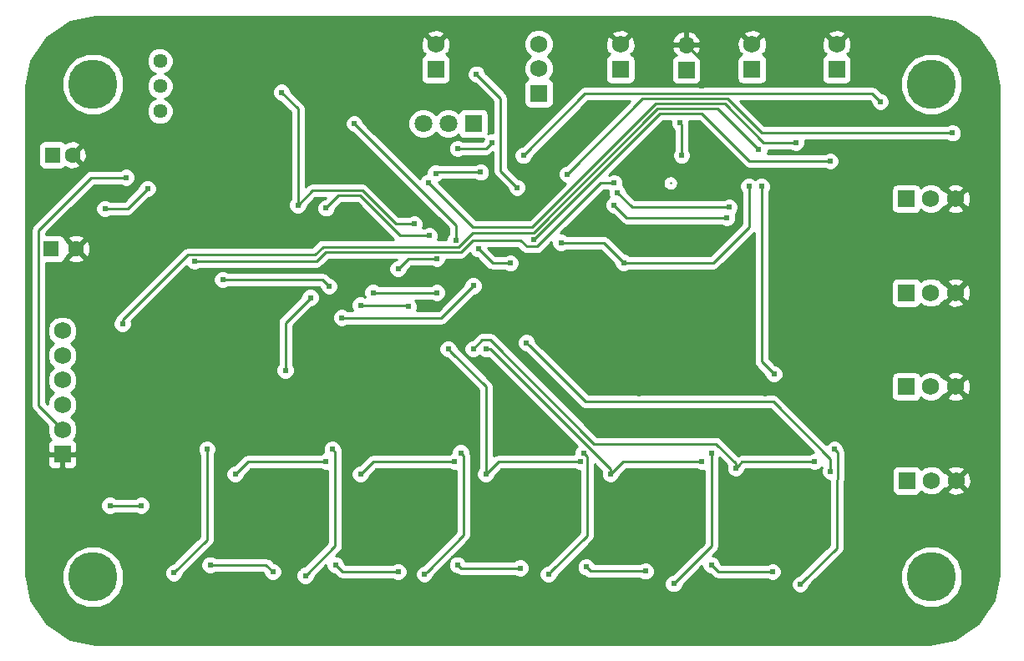
<source format=gbl>
G04 #@! TF.FileFunction,Copper,L2,Bot,Signal*
%FSLAX46Y46*%
G04 Gerber Fmt 4.6, Leading zero omitted, Abs format (unit mm)*
G04 Created by KiCad (PCBNEW 4.0.5) date 03/30/17 16:26:28*
%MOMM*%
%LPD*%
G01*
G04 APERTURE LIST*
%ADD10C,0.100000*%
%ADD11C,5.000000*%
%ADD12R,1.600000X1.600000*%
%ADD13C,1.600000*%
%ADD14R,1.800000X1.800000*%
%ADD15C,1.800000*%
%ADD16R,1.750000X1.750000*%
%ADD17C,1.750000*%
%ADD18R,1.700000X1.700000*%
%ADD19O,1.700000X1.700000*%
%ADD20C,1.440000*%
%ADD21C,0.609600*%
%ADD22C,0.700000*%
%ADD23C,0.254000*%
G04 APERTURE END LIST*
D10*
D11*
X192500000Y-92500000D03*
X107500000Y-92500000D03*
X192500000Y-142500000D03*
D12*
X103291000Y-109220000D03*
D13*
X105791000Y-109220000D03*
D12*
X103410000Y-99695000D03*
D13*
X105410000Y-99695000D03*
D14*
X146050000Y-96520000D03*
D15*
X143510000Y-96520000D03*
X140970000Y-96520000D03*
D16*
X152717500Y-93439286D03*
D17*
X152717500Y-90939286D03*
X152717500Y-88439286D03*
D16*
X142240000Y-91000000D03*
D17*
X142240000Y-88500000D03*
D16*
X160972500Y-91000000D03*
D17*
X160972500Y-88500000D03*
D18*
X167640000Y-91059000D03*
D19*
X167640000Y-88519000D03*
D16*
X182880000Y-91000000D03*
D17*
X182880000Y-88500000D03*
D16*
X174307500Y-91000000D03*
D17*
X174307500Y-88500000D03*
D16*
X104394000Y-130048000D03*
D17*
X104394000Y-127548000D03*
X104394000Y-125048000D03*
X104394000Y-122548000D03*
X104394000Y-120048000D03*
X104394000Y-117548000D03*
D16*
X189945000Y-104140000D03*
D17*
X192445000Y-104140000D03*
X194945000Y-104140000D03*
D16*
X189945000Y-113665000D03*
D17*
X192445000Y-113665000D03*
X194945000Y-113665000D03*
D16*
X189945000Y-123190000D03*
D17*
X192445000Y-123190000D03*
X194945000Y-123190000D03*
D16*
X190000000Y-132715000D03*
D17*
X192500000Y-132715000D03*
X195000000Y-132715000D03*
D20*
X114300000Y-95250000D03*
X114300000Y-92710000D03*
X114300000Y-90170000D03*
D11*
X107500000Y-142500000D03*
D21*
X120332500Y-108267500D03*
X109220000Y-148907500D03*
X169227500Y-92710000D03*
X118745000Y-101917500D03*
X123507500Y-101917500D03*
X136842504Y-107632500D03*
X125095000Y-113665000D03*
X183832500Y-133350000D03*
X175895000Y-136207500D03*
X163195000Y-136207500D03*
X149225000Y-127952500D03*
X150495000Y-136525000D03*
X137160000Y-137160000D03*
X135890000Y-127952500D03*
X103187500Y-135255000D03*
X102552500Y-140017500D03*
X123190000Y-128587500D03*
X125095000Y-135255000D03*
X188277500Y-90170000D03*
X132397500Y-97155000D03*
X135255000Y-100330000D03*
X124777500Y-105410000D03*
X120650000Y-105727500D03*
X152717500Y-103187500D03*
X168592500Y-96520000D03*
X155892500Y-92392500D03*
X150812500Y-95885000D03*
X131127500Y-121920000D03*
X152400000Y-111760000D03*
X169545000Y-122237500D03*
X169545000Y-114935000D03*
X181610000Y-122237500D03*
X180975000Y-116205000D03*
X173990000Y-109220000D03*
X183515000Y-98742500D03*
X175895000Y-95250000D03*
X177800000Y-89535000D03*
X157480000Y-89217500D03*
X141605000Y-93662500D03*
X133032500Y-88582500D03*
X139000000Y-88500000D03*
X145000000Y-88500000D03*
X118500000Y-92500000D03*
X122000000Y-130500000D03*
D22*
X149500000Y-105000000D03*
X155000000Y-100000000D03*
D21*
X176530000Y-113029996D03*
X166365192Y-140716000D03*
X115570000Y-140970000D03*
D22*
X178780704Y-132418868D03*
D21*
X135890000Y-111760000D03*
D22*
X135890000Y-118110000D03*
X172085000Y-101600000D03*
D21*
X170180000Y-103187500D03*
X136000000Y-102500000D03*
X171500000Y-111000000D03*
X128397000Y-108331000D03*
D22*
X172623990Y-135644898D03*
D21*
X136207500Y-96520000D03*
X197167500Y-141922500D03*
X121920000Y-94932500D03*
X125412500Y-95250000D03*
D22*
X124777500Y-88900000D03*
D21*
X111125000Y-124460000D03*
D22*
X133350000Y-105410000D03*
X109601000Y-99060000D03*
X119380000Y-116205000D03*
D21*
X113665000Y-109220000D03*
X140970000Y-119380000D03*
D22*
X149860000Y-116205000D03*
X162560000Y-113665000D03*
D21*
X158750000Y-120650000D03*
X184785000Y-107188000D03*
X182118000Y-103505000D03*
D22*
X183388000Y-118618000D03*
X185420000Y-136652000D03*
D21*
X140970000Y-140716000D03*
X153670000Y-140716000D03*
X179070000Y-140716000D03*
D22*
X160020000Y-135636000D03*
X147320000Y-135636000D03*
X153670002Y-132080000D03*
X166370000Y-132079998D03*
X140969998Y-132080000D03*
X115570000Y-132080000D03*
X128269996Y-132080000D03*
X134620001Y-135636000D03*
X175608470Y-123825000D03*
X162849313Y-123841145D03*
X150241000Y-123316994D03*
X137508462Y-123825000D03*
D21*
X128270000Y-141605000D03*
D22*
X174244000Y-146050000D03*
X161798000Y-146050000D03*
X149225002Y-146050000D03*
X136779000Y-146050000D03*
X124333000Y-146050000D03*
X111760000Y-146050000D03*
X124714000Y-123952000D03*
X121920000Y-135636000D03*
D21*
X127952500Y-113665000D03*
X112395000Y-135255000D03*
X109220000Y-135255006D03*
X138430000Y-111252000D03*
X142367000Y-110236000D03*
X167005000Y-96469168D03*
X167168471Y-99745810D03*
X150500000Y-103000000D03*
X146367500Y-91503494D03*
X187325000Y-94297500D03*
X151130000Y-99741010D03*
X171767500Y-106045000D03*
X160337500Y-104775000D03*
X142240000Y-101553990D03*
X146798386Y-101447592D03*
X149816224Y-110667821D03*
X146558000Y-109223800D03*
X144272000Y-108326195D03*
X133985008Y-96520000D03*
X155575000Y-101650821D03*
X194627500Y-97472500D03*
X152173063Y-108314190D03*
X182245000Y-100330000D03*
X140068310Y-106680000D03*
X128270000Y-104775008D03*
X126619018Y-93345000D03*
X131127500Y-105092500D03*
X141604905Y-107886111D03*
X113030000Y-103124000D03*
X108712000Y-105156000D03*
X144462482Y-99060000D03*
X147955000Y-98425000D03*
X173990000Y-102870000D03*
X154940000Y-108586008D03*
X161290000Y-110617000D03*
X110871000Y-101981000D03*
X117792500Y-110490000D03*
X160337500Y-102552500D03*
X171999992Y-105000000D03*
X160655000Y-103504980D03*
X175260000Y-102870000D03*
X127000000Y-121539022D03*
X129540000Y-114173000D03*
X176530000Y-121919996D03*
X178752500Y-98425000D03*
X141500000Y-102500000D03*
X120650000Y-112348990D03*
X131445000Y-113030000D03*
X175004257Y-99168116D03*
X110490000Y-116840000D03*
X142367000Y-113665000D03*
X135890000Y-113665000D03*
X146050000Y-112979190D03*
X132715000Y-116205000D03*
X139445994Y-115062000D03*
X134620000Y-114935000D03*
X159969190Y-132080000D03*
X169227500Y-130810000D03*
X147320000Y-119379994D03*
X172669190Y-131445000D03*
X180657500Y-130810000D03*
X146050000Y-119380000D03*
X151447500Y-118744994D03*
X182245000Y-131825998D03*
X156895810Y-130810000D03*
X143510000Y-119380000D03*
X147320000Y-132080000D03*
X119380000Y-141287506D03*
X125730016Y-141986000D03*
X119062500Y-129540000D03*
X115702985Y-142107015D03*
X131127500Y-130809994D03*
X121920001Y-132079999D03*
X132080000Y-141287500D03*
X138430000Y-141986000D03*
X131762500Y-129540000D03*
X129032000Y-142367000D03*
X144145000Y-130810000D03*
X134620000Y-132080000D03*
X150812500Y-141605000D03*
X144462500Y-141287500D03*
X141096992Y-142240000D03*
X144780000Y-129921000D03*
X163512500Y-141922500D03*
X157500000Y-141499936D03*
X153670000Y-142240000D03*
X157226000Y-129921000D03*
X170180000Y-141287500D03*
X176403000Y-141986002D03*
X166370000Y-143192500D03*
X170180000Y-129921000D03*
X179197000Y-143256000D03*
X182672010Y-129546686D03*
D23*
X166052500Y-102552500D02*
X166064810Y-102564810D01*
X109220000Y-148590000D02*
X109220000Y-148907500D01*
X111760000Y-146050000D02*
X109220000Y-148590000D01*
X169227500Y-92278948D02*
X169227500Y-92710000D01*
X169227500Y-90106500D02*
X169227500Y-92278948D01*
X167640000Y-88519000D02*
X169227500Y-90106500D01*
X119049799Y-102222299D02*
X118745000Y-101917500D01*
X120650000Y-103822500D02*
X119049799Y-102222299D01*
X120650000Y-105727500D02*
X120650000Y-103822500D01*
X123507500Y-101917500D02*
X118745000Y-101917500D01*
X123812299Y-102222299D02*
X123507500Y-101917500D01*
X124777500Y-105410000D02*
X124777500Y-103187500D01*
X124777500Y-103187500D02*
X123812299Y-102222299D01*
X127952500Y-113665000D02*
X125095000Y-113665000D01*
X183832500Y-133781052D02*
X183832500Y-133350000D01*
X183832500Y-135064500D02*
X183832500Y-133781052D01*
X185420000Y-136652000D02*
X183832500Y-135064500D01*
X175895000Y-136638552D02*
X175895000Y-136207500D01*
X175895000Y-137541000D02*
X175895000Y-136638552D01*
X179070000Y-140716000D02*
X175895000Y-137541000D01*
X166365192Y-139377692D02*
X163499799Y-136512299D01*
X166365192Y-140716000D02*
X166365192Y-139377692D01*
X163499799Y-136512299D02*
X163195000Y-136207500D01*
X150241000Y-123316994D02*
X150241000Y-126936500D01*
X150241000Y-126936500D02*
X149225000Y-127952500D01*
X147320000Y-135636000D02*
X149606000Y-135636000D01*
X149606000Y-135636000D02*
X150495000Y-136525000D01*
X134620001Y-135636000D02*
X135636000Y-135636000D01*
X135636000Y-135636000D02*
X137160000Y-137160000D01*
X137508462Y-123825000D02*
X137508462Y-126334038D01*
X137508462Y-126334038D02*
X135890000Y-127952500D01*
X104394000Y-133985000D02*
X104394000Y-138176000D01*
X104394000Y-130048000D02*
X104394000Y-133985000D01*
X104394000Y-133985000D02*
X104394000Y-134048500D01*
X104394000Y-134048500D02*
X103187500Y-135255000D01*
X104394000Y-138176000D02*
X102552500Y-140017500D01*
X122000000Y-130500000D02*
X122000000Y-129777500D01*
X122000000Y-129777500D02*
X123190000Y-128587500D01*
X121920000Y-135636000D02*
X124714000Y-135636000D01*
X124714000Y-135636000D02*
X125095000Y-135255000D01*
X184150000Y-87312500D02*
X185420000Y-87312500D01*
X185420000Y-87312500D02*
X188277500Y-90170000D01*
X183837499Y-87625001D02*
X184150000Y-87312500D01*
X182880000Y-88500000D02*
X183754999Y-87625001D01*
X183754999Y-87625001D02*
X183837499Y-87625001D01*
X133350000Y-95250000D02*
X132397500Y-96202500D01*
X132397500Y-96202500D02*
X132397500Y-97155000D01*
X133350000Y-94932500D02*
X133350000Y-95250000D01*
X134620000Y-94932500D02*
X133350000Y-94932500D01*
X136207500Y-96520000D02*
X134620000Y-94932500D01*
X136000000Y-102500000D02*
X136000000Y-101075000D01*
X136000000Y-101075000D02*
X135255000Y-100330000D01*
X154000000Y-100000000D02*
X152717500Y-101282500D01*
X152717500Y-101282500D02*
X152717500Y-103187500D01*
X155000000Y-100000000D02*
X154000000Y-100000000D01*
X168897299Y-96824799D02*
X168592500Y-96520000D01*
X172085000Y-101600000D02*
X172085000Y-100012500D01*
X172085000Y-100012500D02*
X168897299Y-96824799D01*
X157480000Y-89217500D02*
X157480000Y-90805000D01*
X157480000Y-90805000D02*
X155892500Y-92392500D01*
X150812500Y-95453948D02*
X150812500Y-95885000D01*
X150812500Y-94312500D02*
X150812500Y-95453948D01*
X145000000Y-88500000D02*
X150812500Y-94312500D01*
X150812500Y-93345000D02*
X150812500Y-95885000D01*
X135890000Y-118110000D02*
X134937500Y-118110000D01*
X134937500Y-118110000D02*
X131127500Y-121920000D01*
X149860000Y-116205000D02*
X149860000Y-114300000D01*
X149860000Y-114300000D02*
X152400000Y-111760000D01*
X175608470Y-123825000D02*
X171132500Y-123825000D01*
X171132500Y-123825000D02*
X169545000Y-122237500D01*
X171500000Y-111000000D02*
X171500000Y-112980000D01*
X171500000Y-112980000D02*
X169545000Y-114935000D01*
X183388000Y-118618000D02*
X183388000Y-120459500D01*
X183388000Y-120459500D02*
X181610000Y-122237500D01*
X183388000Y-118618000D02*
X180975000Y-116205000D01*
X171500000Y-111000000D02*
X172210000Y-111000000D01*
X172210000Y-111000000D02*
X173990000Y-109220000D01*
X183515000Y-99173552D02*
X183515000Y-98742500D01*
X183515000Y-102108000D02*
X183515000Y-99173552D01*
X183819799Y-99047299D02*
X183515000Y-98742500D01*
X182118000Y-103505000D02*
X183515000Y-102108000D01*
X183832500Y-99060000D02*
X183819799Y-99047299D01*
X183832500Y-99377500D02*
X183832500Y-99060000D01*
X181610000Y-87312500D02*
X180022500Y-87312500D01*
X180022500Y-87312500D02*
X177800000Y-89535000D01*
X181922501Y-87625001D02*
X181610000Y-87312500D01*
X182880000Y-88500000D02*
X182005001Y-87625001D01*
X182005001Y-87625001D02*
X181922501Y-87625001D01*
X158105002Y-89217500D02*
X157480000Y-89217500D01*
X159697501Y-87625001D02*
X158105002Y-89217500D01*
X160972500Y-88500000D02*
X160097501Y-87625001D01*
X160097501Y-87625001D02*
X159697501Y-87625001D01*
X139000000Y-88500000D02*
X139000000Y-91057500D01*
X139000000Y-91057500D02*
X141605000Y-93662500D01*
X139000000Y-88500000D02*
X133115000Y-88500000D01*
X133115000Y-88500000D02*
X133032500Y-88582500D01*
X140500000Y-87500000D02*
X139500000Y-88500000D01*
X139500000Y-88500000D02*
X139000000Y-88500000D01*
X141240000Y-87500000D02*
X140500000Y-87500000D01*
X142240000Y-88500000D02*
X141240000Y-87500000D01*
X144249998Y-88500000D02*
X145000000Y-88500000D01*
X143374999Y-87625001D02*
X144249998Y-88500000D01*
X142240000Y-88500000D02*
X143114999Y-87625001D01*
X143114999Y-87625001D02*
X143374999Y-87625001D01*
X121920000Y-94932500D02*
X120932500Y-94932500D01*
X120932500Y-94932500D02*
X118500000Y-92500000D01*
X112394994Y-135255006D02*
X112395000Y-135255000D01*
X109220000Y-135255006D02*
X112394994Y-135255006D01*
X139446000Y-110236000D02*
X138430000Y-111252000D01*
X142367000Y-110236000D02*
X139446000Y-110236000D01*
X167168471Y-96632639D02*
X167005000Y-96469168D01*
X167168471Y-99745810D02*
X167168471Y-96632639D01*
X148800048Y-101300048D02*
X150195201Y-102695201D01*
X148800048Y-93936042D02*
X148800048Y-101300048D01*
X146367500Y-91503494D02*
X148800048Y-93936042D01*
X150195201Y-102695201D02*
X150500000Y-103000000D01*
X187020201Y-93992701D02*
X187325000Y-94297500D01*
X186512156Y-93484656D02*
X187020201Y-93992701D01*
X157386354Y-93484656D02*
X186512156Y-93484656D01*
X151130000Y-99741010D02*
X157386354Y-93484656D01*
X171336448Y-106045000D02*
X171767500Y-106045000D01*
X161607500Y-106045000D02*
X171336448Y-106045000D01*
X160337500Y-104775000D02*
X161607500Y-106045000D01*
X142346398Y-101447592D02*
X142240000Y-101553990D01*
X146798386Y-101447592D02*
X142346398Y-101447592D01*
X146558000Y-109223800D02*
X148002021Y-110667821D01*
X148002021Y-110667821D02*
X149385172Y-110667821D01*
X149385172Y-110667821D02*
X149816224Y-110667821D01*
X144272000Y-107895143D02*
X144272000Y-108326195D01*
X133985008Y-96520000D02*
X144272000Y-106806992D01*
X144272000Y-106806992D02*
X144272000Y-107895143D01*
X155879799Y-101346022D02*
X155575000Y-101650821D01*
X171794265Y-93992667D02*
X163233154Y-93992667D01*
X163233154Y-93992667D02*
X155879799Y-101346022D01*
X175274098Y-97472500D02*
X171794265Y-93992667D01*
X194627500Y-97472500D02*
X175274098Y-97472500D01*
X152477862Y-108009391D02*
X152173063Y-108314190D01*
X164970555Y-95516698D02*
X152477862Y-108009391D01*
X182245000Y-100330000D02*
X174052488Y-100330000D01*
X169239186Y-95516698D02*
X164970555Y-95516698D01*
X174052488Y-100330000D02*
X169239186Y-95516698D01*
X140068310Y-106680000D02*
X138180000Y-106680000D01*
X138180000Y-106680000D02*
X134814489Y-103314489D01*
X129730519Y-103314489D02*
X128270000Y-104775008D01*
X134814489Y-103314489D02*
X129730519Y-103314489D01*
X126619018Y-93345000D02*
X128270000Y-94995982D01*
X128270000Y-94995982D02*
X128270000Y-104343956D01*
X128270000Y-104343956D02*
X128270000Y-104775008D01*
X141173853Y-107886111D02*
X141604905Y-107886111D01*
X132397500Y-103822500D02*
X134604064Y-103822500D01*
X131127500Y-105092500D02*
X132397500Y-103822500D01*
X134604064Y-103822500D02*
X138667675Y-107886111D01*
X138667675Y-107886111D02*
X141173853Y-107886111D01*
X108712000Y-105156000D02*
X110998000Y-105156000D01*
X110998000Y-105156000D02*
X113030000Y-103124000D01*
X147955000Y-98425000D02*
X147320000Y-99060000D01*
X144893534Y-99060000D02*
X144462482Y-99060000D01*
X147320000Y-99060000D02*
X144893534Y-99060000D01*
X173990000Y-107010000D02*
X173990000Y-103301052D01*
X170383000Y-110617000D02*
X173990000Y-107010000D01*
X173990000Y-103301052D02*
X173990000Y-102870000D01*
X161290000Y-110617000D02*
X170383000Y-110617000D01*
X159259008Y-108586008D02*
X155371052Y-108586008D01*
X161290000Y-110617000D02*
X159259008Y-108586008D01*
X155371052Y-108586008D02*
X154940000Y-108586008D01*
X104394000Y-127548000D02*
X102766500Y-125920500D01*
X102766500Y-125920500D02*
X102235000Y-125389000D01*
X101981000Y-123825000D02*
X101981000Y-125135000D01*
X101981000Y-125135000D02*
X102766500Y-125920500D01*
X110871000Y-101981000D02*
X107315000Y-101981000D01*
X107315000Y-101981000D02*
X101981000Y-107315000D01*
X101981000Y-107315000D02*
X101981000Y-123825000D01*
X118223552Y-110490000D02*
X117792500Y-110490000D01*
X158947500Y-102552500D02*
X152500000Y-109000000D01*
X150831011Y-108331011D02*
X145998309Y-108331011D01*
X151500000Y-109000000D02*
X150831011Y-108331011D01*
X144809306Y-109520016D02*
X131127500Y-109520016D01*
X131127500Y-109520016D02*
X130157516Y-110490000D01*
X152500000Y-109000000D02*
X151500000Y-109000000D01*
X160337500Y-102552500D02*
X158947500Y-102552500D01*
X145998309Y-108331011D02*
X144809306Y-109520016D01*
X130157516Y-110490000D02*
X118223552Y-110490000D01*
X171575728Y-105000000D02*
X171999992Y-105000000D01*
X160655000Y-103504980D02*
X162150020Y-105000000D01*
X162150020Y-105000000D02*
X171575728Y-105000000D01*
X175260000Y-103301052D02*
X175260000Y-102870000D01*
X176530000Y-121919996D02*
X175260000Y-120649996D01*
X175260000Y-120649996D02*
X175260000Y-103301052D01*
X175260000Y-102976764D02*
X175260000Y-102870000D01*
X127000000Y-121114758D02*
X127000000Y-121539022D01*
X129540000Y-114173000D02*
X127000000Y-116713000D01*
X127000000Y-116713000D02*
X127000000Y-121114758D01*
X164549704Y-94500677D02*
X171583839Y-94500677D01*
X178321448Y-98425000D02*
X178752500Y-98425000D01*
X171583839Y-94500677D02*
X175508162Y-98425000D01*
X141500000Y-102500000D02*
X146000000Y-107000000D01*
X175508162Y-98425000D02*
X178321448Y-98425000D01*
X152050381Y-107000000D02*
X164549704Y-94500677D01*
X146000000Y-107000000D02*
X152050381Y-107000000D01*
X121074264Y-112348990D02*
X120650000Y-112348990D01*
X131445000Y-113030000D02*
X130763990Y-112348990D01*
X130763990Y-112348990D02*
X121074264Y-112348990D01*
X170844828Y-95008687D02*
X174699458Y-98863317D01*
X164760130Y-95008687D02*
X170844828Y-95008687D01*
X144598881Y-109012005D02*
X146042132Y-107568754D01*
X146042132Y-107568754D02*
X152200063Y-107568754D01*
X130810000Y-109012005D02*
X144598881Y-109012005D01*
X130017807Y-109804198D02*
X130810000Y-109012005D01*
X117094750Y-109804198D02*
X130017807Y-109804198D01*
X110490000Y-116408948D02*
X117094750Y-109804198D01*
X174699458Y-98863317D02*
X175004257Y-99168116D01*
X152200063Y-107568754D02*
X164760130Y-95008687D01*
X110490000Y-116840000D02*
X110490000Y-116408948D01*
X135890000Y-113665000D02*
X142367000Y-113665000D01*
X132715000Y-116205000D02*
X142824190Y-116205000D01*
X142824190Y-116205000D02*
X145745201Y-113283989D01*
X145745201Y-113283989D02*
X146050000Y-112979190D01*
X134620000Y-114935000D02*
X139318994Y-114935000D01*
X139318994Y-114935000D02*
X139445994Y-115062000D01*
X159969190Y-131598132D02*
X159969190Y-131648948D01*
X147751052Y-119379994D02*
X159969190Y-131598132D01*
X147320000Y-119379994D02*
X147751052Y-119379994D01*
X159969190Y-131648948D02*
X159969190Y-132080000D01*
X160273989Y-131775201D02*
X159969190Y-132080000D01*
X161239190Y-130810000D02*
X160273989Y-131775201D01*
X169227500Y-130810000D02*
X161239190Y-130810000D01*
X172669190Y-131013948D02*
X172669190Y-131445000D01*
X146050000Y-119380000D02*
X146957420Y-118472580D01*
X172973989Y-131140201D02*
X172669190Y-131445000D01*
X146957420Y-118472580D02*
X147809580Y-118472580D01*
X180657500Y-130810000D02*
X173304190Y-130810000D01*
X173304190Y-130810000D02*
X172973989Y-131140201D01*
X158322998Y-128985998D02*
X170641240Y-128985998D01*
X170641240Y-128985998D02*
X172669190Y-131013948D01*
X147809580Y-118472580D02*
X158322998Y-128985998D01*
X176452797Y-124733610D02*
X157436116Y-124733610D01*
X182245000Y-131825998D02*
X182245000Y-130525813D01*
X151747499Y-119044993D02*
X151447500Y-118744994D01*
X182245000Y-130525813D02*
X176452797Y-124733610D01*
X157436116Y-124733610D02*
X151747499Y-119044993D01*
X148590000Y-130810000D02*
X156464758Y-130810000D01*
X147320000Y-132080000D02*
X148590000Y-130810000D01*
X156464758Y-130810000D02*
X156895810Y-130810000D01*
X143809999Y-119679999D02*
X143510000Y-119380000D01*
X147320000Y-123190000D02*
X143809999Y-119679999D01*
X147320000Y-132080000D02*
X147320000Y-123190000D01*
X119804264Y-141287506D02*
X119380000Y-141287506D01*
X125031522Y-141287506D02*
X119804264Y-141287506D01*
X125730016Y-141986000D02*
X125031522Y-141287506D01*
X119062500Y-138747500D02*
X119062500Y-129971052D01*
X115702985Y-142107015D02*
X119062500Y-138747500D01*
X119062500Y-129971052D02*
X119062500Y-129540000D01*
X130696448Y-130809994D02*
X131127500Y-130809994D01*
X123190006Y-130809994D02*
X130696448Y-130809994D01*
X121920001Y-132079999D02*
X123190006Y-130809994D01*
X132379999Y-141587499D02*
X132080000Y-141287500D01*
X132778500Y-141986000D02*
X132379999Y-141587499D01*
X138430000Y-141986000D02*
X132778500Y-141986000D01*
X132067299Y-139331701D02*
X132067299Y-129844799D01*
X129032000Y-142367000D02*
X132067299Y-139331701D01*
X132067299Y-129844799D02*
X131762500Y-129540000D01*
X135890000Y-130810000D02*
X143713948Y-130810000D01*
X143713948Y-130810000D02*
X144145000Y-130810000D01*
X134620000Y-132080000D02*
X135890000Y-130810000D01*
X150381448Y-141605000D02*
X150812500Y-141605000D01*
X144780000Y-141605000D02*
X150381448Y-141605000D01*
X144462500Y-141287500D02*
X144780000Y-141605000D01*
X141396991Y-141940001D02*
X141096992Y-142240000D01*
X145079999Y-138256993D02*
X141396991Y-141940001D01*
X144780000Y-129921000D02*
X145079999Y-130220999D01*
X145079999Y-130220999D02*
X145079999Y-138256993D01*
X157922564Y-141922500D02*
X163081448Y-141922500D01*
X157500000Y-141499936D02*
X157922564Y-141922500D01*
X163081448Y-141922500D02*
X163512500Y-141922500D01*
X153974799Y-141935201D02*
X153670000Y-142240000D01*
X157581612Y-130276612D02*
X157581612Y-138328388D01*
X157226000Y-129921000D02*
X157581612Y-130276612D01*
X157581612Y-138328388D02*
X153974799Y-141935201D01*
X170479999Y-141587499D02*
X170180000Y-141287500D01*
X176403000Y-141986002D02*
X170878502Y-141986002D01*
X170878502Y-141986002D02*
X170479999Y-141587499D01*
X166674799Y-142887701D02*
X166370000Y-143192500D01*
X170180000Y-139382500D02*
X166674799Y-142887701D01*
X170180000Y-129921000D02*
X170180000Y-139382500D01*
X182672010Y-129546686D02*
X182976809Y-129851485D01*
X182880000Y-132652512D02*
X182880000Y-139573000D01*
X182976809Y-129851485D02*
X182976809Y-132555703D01*
X182976809Y-132555703D02*
X182880000Y-132652512D01*
X182880000Y-139573000D02*
X179501799Y-142951201D01*
X179501799Y-142951201D02*
X179197000Y-143256000D01*
G36*
X194820573Y-86190536D02*
X197211739Y-87788261D01*
X198809464Y-90179427D01*
X199315000Y-92720924D01*
X199315000Y-142279076D01*
X198809464Y-144820573D01*
X197211739Y-147211739D01*
X194820573Y-148809464D01*
X192279076Y-149315000D01*
X107720924Y-149315000D01*
X105179427Y-148809464D01*
X102788261Y-147211739D01*
X101190536Y-144820573D01*
X100852441Y-143120854D01*
X104364457Y-143120854D01*
X104840727Y-144273515D01*
X105721847Y-145156174D01*
X106873674Y-145634454D01*
X108120854Y-145635543D01*
X109273515Y-145159273D01*
X110156174Y-144278153D01*
X110634454Y-143126326D01*
X110635181Y-142293133D01*
X114763022Y-142293133D01*
X114905797Y-142638674D01*
X115169936Y-142903274D01*
X115515227Y-143046652D01*
X115889103Y-143046978D01*
X116234644Y-142904203D01*
X116499244Y-142640064D01*
X116642622Y-142294773D01*
X116642665Y-142244965D01*
X117414006Y-141473624D01*
X118440037Y-141473624D01*
X118582812Y-141819165D01*
X118846951Y-142083765D01*
X119192242Y-142227143D01*
X119566118Y-142227469D01*
X119911659Y-142084694D01*
X119946908Y-142049506D01*
X124715892Y-142049506D01*
X124790095Y-142123710D01*
X124790053Y-142172118D01*
X124932828Y-142517659D01*
X125196967Y-142782259D01*
X125542258Y-142925637D01*
X125916134Y-142925963D01*
X126261675Y-142783188D01*
X126526275Y-142519049D01*
X126669653Y-142173758D01*
X126669979Y-141799882D01*
X126527204Y-141454341D01*
X126263065Y-141189741D01*
X125917774Y-141046363D01*
X125867966Y-141046320D01*
X125570337Y-140748691D01*
X125570328Y-140748685D01*
X125323127Y-140583510D01*
X125031522Y-140525506D01*
X119947248Y-140525506D01*
X119913049Y-140491247D01*
X119567758Y-140347869D01*
X119193882Y-140347543D01*
X118848341Y-140490318D01*
X118583741Y-140754457D01*
X118440363Y-141099748D01*
X118440037Y-141473624D01*
X117414006Y-141473624D01*
X119601316Y-139286315D01*
X119731891Y-139090895D01*
X119766496Y-139039105D01*
X119824500Y-138747500D01*
X119824500Y-132266117D01*
X120980038Y-132266117D01*
X121122813Y-132611658D01*
X121386952Y-132876258D01*
X121732243Y-133019636D01*
X122106119Y-133019962D01*
X122451660Y-132877187D01*
X122716260Y-132613048D01*
X122859638Y-132267757D01*
X122859681Y-132217949D01*
X123505637Y-131571994D01*
X130560252Y-131571994D01*
X130594451Y-131606253D01*
X130939742Y-131749631D01*
X131305299Y-131749950D01*
X131305299Y-139016071D01*
X128894291Y-141427079D01*
X128845882Y-141427037D01*
X128500341Y-141569812D01*
X128235741Y-141833951D01*
X128092363Y-142179242D01*
X128092037Y-142553118D01*
X128234812Y-142898659D01*
X128498951Y-143163259D01*
X128844242Y-143306637D01*
X129218118Y-143306963D01*
X129563659Y-143164188D01*
X129828259Y-142900049D01*
X129971637Y-142554758D01*
X129971680Y-142504950D01*
X131140157Y-141336473D01*
X131140037Y-141473618D01*
X131282812Y-141819159D01*
X131546951Y-142083759D01*
X131892242Y-142227137D01*
X131942050Y-142227180D01*
X132239685Y-142524816D01*
X132486896Y-142689997D01*
X132778500Y-142748000D01*
X137862752Y-142748000D01*
X137896951Y-142782259D01*
X138242242Y-142925637D01*
X138616118Y-142925963D01*
X138961659Y-142783188D01*
X139226259Y-142519049D01*
X139369637Y-142173758D01*
X139369963Y-141799882D01*
X139227188Y-141454341D01*
X138963049Y-141189741D01*
X138617758Y-141046363D01*
X138243882Y-141046037D01*
X137898341Y-141188812D01*
X137863092Y-141224000D01*
X133094130Y-141224000D01*
X133019921Y-141149791D01*
X133019963Y-141101382D01*
X132877188Y-140755841D01*
X132613049Y-140491241D01*
X132267758Y-140347863D01*
X132128888Y-140347742D01*
X132606114Y-139870516D01*
X132737352Y-139674105D01*
X132771295Y-139623306D01*
X132829299Y-139331701D01*
X132829299Y-132266118D01*
X133680037Y-132266118D01*
X133822812Y-132611659D01*
X134086951Y-132876259D01*
X134432242Y-133019637D01*
X134806118Y-133019963D01*
X135151659Y-132877188D01*
X135416259Y-132613049D01*
X135559637Y-132267758D01*
X135559680Y-132217950D01*
X136205631Y-131572000D01*
X143577752Y-131572000D01*
X143611951Y-131606259D01*
X143957242Y-131749637D01*
X144317999Y-131749952D01*
X144317999Y-137941363D01*
X140959283Y-141300079D01*
X140910874Y-141300037D01*
X140565333Y-141442812D01*
X140300733Y-141706951D01*
X140157355Y-142052242D01*
X140157029Y-142426118D01*
X140299804Y-142771659D01*
X140563943Y-143036259D01*
X140909234Y-143179637D01*
X141283110Y-143179963D01*
X141628651Y-143037188D01*
X141893251Y-142773049D01*
X142036629Y-142427758D01*
X142036672Y-142377950D01*
X142941004Y-141473618D01*
X143522537Y-141473618D01*
X143665312Y-141819159D01*
X143929451Y-142083759D01*
X144274742Y-142227137D01*
X144366004Y-142227217D01*
X144389377Y-142242834D01*
X144488395Y-142308996D01*
X144780000Y-142367000D01*
X150245252Y-142367000D01*
X150279451Y-142401259D01*
X150624742Y-142544637D01*
X150998618Y-142544963D01*
X151344159Y-142402188D01*
X151608759Y-142138049D01*
X151752137Y-141792758D01*
X151752463Y-141418882D01*
X151609688Y-141073341D01*
X151345549Y-140808741D01*
X151000258Y-140665363D01*
X150626382Y-140665037D01*
X150280841Y-140807812D01*
X150245592Y-140843000D01*
X145295701Y-140843000D01*
X145259688Y-140755841D01*
X144995549Y-140491241D01*
X144650258Y-140347863D01*
X144276382Y-140347537D01*
X143930841Y-140490312D01*
X143666241Y-140754451D01*
X143522863Y-141099742D01*
X143522537Y-141473618D01*
X142941004Y-141473618D01*
X145618814Y-138795808D01*
X145736290Y-138619993D01*
X145783995Y-138548598D01*
X145841999Y-138256993D01*
X145841999Y-130220999D01*
X145783995Y-129929394D01*
X145719877Y-129833435D01*
X145719963Y-129734882D01*
X145577188Y-129389341D01*
X145313049Y-129124741D01*
X144967758Y-128981363D01*
X144593882Y-128981037D01*
X144248341Y-129123812D01*
X143983741Y-129387951D01*
X143840363Y-129733242D01*
X143840201Y-129919075D01*
X143613341Y-130012812D01*
X143578092Y-130048000D01*
X135890000Y-130048000D01*
X135598425Y-130105998D01*
X135598395Y-130106004D01*
X135351184Y-130271185D01*
X134482290Y-131140079D01*
X134433882Y-131140037D01*
X134088341Y-131282812D01*
X133823741Y-131546951D01*
X133680363Y-131892242D01*
X133680037Y-132266118D01*
X132829299Y-132266118D01*
X132829299Y-129844799D01*
X132771295Y-129553194D01*
X132702379Y-129450054D01*
X132702463Y-129353882D01*
X132559688Y-129008341D01*
X132295549Y-128743741D01*
X131950258Y-128600363D01*
X131576382Y-128600037D01*
X131230841Y-128742812D01*
X130966241Y-129006951D01*
X130822863Y-129352242D01*
X130822537Y-129726118D01*
X130890660Y-129890989D01*
X130595841Y-130012806D01*
X130560592Y-130047994D01*
X123190006Y-130047994D01*
X122898401Y-130105998D01*
X122651190Y-130271179D01*
X121782291Y-131140078D01*
X121733883Y-131140036D01*
X121388342Y-131282811D01*
X121123742Y-131546950D01*
X120980364Y-131892241D01*
X120980038Y-132266117D01*
X119824500Y-132266117D01*
X119824500Y-130107248D01*
X119858759Y-130073049D01*
X120002137Y-129727758D01*
X120002463Y-129353882D01*
X119859688Y-129008341D01*
X119595549Y-128743741D01*
X119250258Y-128600363D01*
X118876382Y-128600037D01*
X118530841Y-128742812D01*
X118266241Y-129006951D01*
X118122863Y-129352242D01*
X118122537Y-129726118D01*
X118265312Y-130071659D01*
X118300500Y-130106908D01*
X118300500Y-138431869D01*
X115565276Y-141167094D01*
X115516867Y-141167052D01*
X115171326Y-141309827D01*
X114906726Y-141573966D01*
X114763348Y-141919257D01*
X114763022Y-142293133D01*
X110635181Y-142293133D01*
X110635543Y-141879146D01*
X110159273Y-140726485D01*
X109278153Y-139843826D01*
X108126326Y-139365546D01*
X106879146Y-139364457D01*
X105726485Y-139840727D01*
X104843826Y-140721847D01*
X104365546Y-141873674D01*
X104364457Y-143120854D01*
X100852441Y-143120854D01*
X100685000Y-142279076D01*
X100685000Y-135441124D01*
X108280037Y-135441124D01*
X108422812Y-135786665D01*
X108686951Y-136051265D01*
X109032242Y-136194643D01*
X109406118Y-136194969D01*
X109751659Y-136052194D01*
X109786908Y-136017006D01*
X111827758Y-136017006D01*
X111861951Y-136051259D01*
X112207242Y-136194637D01*
X112581118Y-136194963D01*
X112926659Y-136052188D01*
X113191259Y-135788049D01*
X113334637Y-135442758D01*
X113334963Y-135068882D01*
X113192188Y-134723341D01*
X112928049Y-134458741D01*
X112582758Y-134315363D01*
X112208882Y-134315037D01*
X111863341Y-134457812D01*
X111828086Y-134493006D01*
X109787248Y-134493006D01*
X109753049Y-134458747D01*
X109407758Y-134315369D01*
X109033882Y-134315043D01*
X108688341Y-134457818D01*
X108423741Y-134721957D01*
X108280363Y-135067248D01*
X108280037Y-135441124D01*
X100685000Y-135441124D01*
X100685000Y-130333750D01*
X102884000Y-130333750D01*
X102884000Y-131049309D01*
X102980673Y-131282698D01*
X103159301Y-131461327D01*
X103392690Y-131558000D01*
X104108250Y-131558000D01*
X104267000Y-131399250D01*
X104267000Y-130175000D01*
X104521000Y-130175000D01*
X104521000Y-131399250D01*
X104679750Y-131558000D01*
X105395310Y-131558000D01*
X105628699Y-131461327D01*
X105807327Y-131282698D01*
X105904000Y-131049309D01*
X105904000Y-130333750D01*
X105745250Y-130175000D01*
X104521000Y-130175000D01*
X104267000Y-130175000D01*
X103042750Y-130175000D01*
X102884000Y-130333750D01*
X100685000Y-130333750D01*
X100685000Y-107315000D01*
X101219000Y-107315000D01*
X101219000Y-125135000D01*
X101277004Y-125426605D01*
X101323112Y-125495610D01*
X101442185Y-125673815D01*
X101696185Y-125927815D01*
X102227685Y-126459316D01*
X102227688Y-126459318D01*
X102922531Y-127154162D01*
X102884262Y-127246325D01*
X102883738Y-127847040D01*
X103113138Y-128402229D01*
X103290802Y-128580203D01*
X103159301Y-128634673D01*
X102980673Y-128813302D01*
X102884000Y-129046691D01*
X102884000Y-129762250D01*
X103042750Y-129921000D01*
X104267000Y-129921000D01*
X104267000Y-129901000D01*
X104521000Y-129901000D01*
X104521000Y-129921000D01*
X105745250Y-129921000D01*
X105904000Y-129762250D01*
X105904000Y-129046691D01*
X105807327Y-128813302D01*
X105628699Y-128634673D01*
X105497286Y-128580240D01*
X105673370Y-128404463D01*
X105903738Y-127849675D01*
X105904262Y-127248960D01*
X105674862Y-126693771D01*
X105279464Y-126297682D01*
X105673370Y-125904463D01*
X105903738Y-125349675D01*
X105904262Y-124748960D01*
X105674862Y-124193771D01*
X105279464Y-123797682D01*
X105673370Y-123404463D01*
X105903738Y-122849675D01*
X105904262Y-122248960D01*
X105687824Y-121725140D01*
X126060037Y-121725140D01*
X126202812Y-122070681D01*
X126466951Y-122335281D01*
X126812242Y-122478659D01*
X127186118Y-122478985D01*
X127531659Y-122336210D01*
X127796259Y-122072071D01*
X127939637Y-121726780D01*
X127939963Y-121352904D01*
X127797188Y-121007363D01*
X127762000Y-120972114D01*
X127762000Y-119566118D01*
X142570037Y-119566118D01*
X142712812Y-119911659D01*
X142976951Y-120176259D01*
X143322242Y-120319637D01*
X143372050Y-120319680D01*
X146558000Y-123505630D01*
X146558000Y-131512752D01*
X146523741Y-131546951D01*
X146380363Y-131892242D01*
X146380037Y-132266118D01*
X146522812Y-132611659D01*
X146786951Y-132876259D01*
X147132242Y-133019637D01*
X147506118Y-133019963D01*
X147851659Y-132877188D01*
X148116259Y-132613049D01*
X148259637Y-132267758D01*
X148259680Y-132217950D01*
X148905631Y-131572000D01*
X156328562Y-131572000D01*
X156362761Y-131606259D01*
X156708052Y-131749637D01*
X156819612Y-131749734D01*
X156819612Y-138012758D01*
X153532291Y-141300079D01*
X153483882Y-141300037D01*
X153138341Y-141442812D01*
X152873741Y-141706951D01*
X152730363Y-142052242D01*
X152730037Y-142426118D01*
X152872812Y-142771659D01*
X153136951Y-143036259D01*
X153482242Y-143179637D01*
X153856118Y-143179963D01*
X154201659Y-143037188D01*
X154466259Y-142773049D01*
X154609637Y-142427758D01*
X154609680Y-142377950D01*
X155301576Y-141686054D01*
X156560037Y-141686054D01*
X156702812Y-142031595D01*
X156966951Y-142296195D01*
X157312242Y-142439573D01*
X157362049Y-142439616D01*
X157383749Y-142461316D01*
X157521141Y-142553118D01*
X157630959Y-142626496D01*
X157922564Y-142684500D01*
X162945252Y-142684500D01*
X162979451Y-142718759D01*
X163324742Y-142862137D01*
X163698618Y-142862463D01*
X164044159Y-142719688D01*
X164308759Y-142455549D01*
X164452137Y-142110258D01*
X164452463Y-141736382D01*
X164309688Y-141390841D01*
X164045549Y-141126241D01*
X163700258Y-140982863D01*
X163326382Y-140982537D01*
X162980841Y-141125312D01*
X162945592Y-141160500D01*
X158376613Y-141160500D01*
X158297188Y-140968277D01*
X158033049Y-140703677D01*
X157687758Y-140560299D01*
X157313882Y-140559973D01*
X156968341Y-140702748D01*
X156703741Y-140966887D01*
X156560363Y-141312178D01*
X156560037Y-141686054D01*
X155301576Y-141686054D01*
X158120427Y-138867203D01*
X158246512Y-138678504D01*
X158285608Y-138619993D01*
X158343612Y-138328388D01*
X158343612Y-131050185D01*
X159075358Y-131781931D01*
X159029553Y-131892242D01*
X159029227Y-132266118D01*
X159172002Y-132611659D01*
X159436141Y-132876259D01*
X159781432Y-133019637D01*
X160155308Y-133019963D01*
X160500849Y-132877188D01*
X160765449Y-132613049D01*
X160908827Y-132267758D01*
X160908870Y-132217950D01*
X161554821Y-131572000D01*
X168660252Y-131572000D01*
X168694451Y-131606259D01*
X169039742Y-131749637D01*
X169413618Y-131749963D01*
X169418000Y-131748152D01*
X169418000Y-139066869D01*
X166232291Y-142252579D01*
X166183882Y-142252537D01*
X165838341Y-142395312D01*
X165573741Y-142659451D01*
X165430363Y-143004742D01*
X165430037Y-143378618D01*
X165572812Y-143724159D01*
X165836951Y-143988759D01*
X166182242Y-144132137D01*
X166556118Y-144132463D01*
X166901659Y-143989688D01*
X167166259Y-143725549D01*
X167309637Y-143380258D01*
X167309680Y-143330450D01*
X169240101Y-141400029D01*
X169240037Y-141473618D01*
X169382812Y-141819159D01*
X169646951Y-142083759D01*
X169992242Y-142227137D01*
X170042050Y-142227180D01*
X170339686Y-142524817D01*
X170578669Y-142684500D01*
X170586897Y-142689998D01*
X170878502Y-142748002D01*
X175835752Y-142748002D01*
X175869951Y-142782261D01*
X176215242Y-142925639D01*
X176589118Y-142925965D01*
X176934659Y-142783190D01*
X177199259Y-142519051D01*
X177342637Y-142173760D01*
X177342963Y-141799884D01*
X177200188Y-141454343D01*
X176936049Y-141189743D01*
X176590758Y-141046365D01*
X176216882Y-141046039D01*
X175871341Y-141188814D01*
X175836092Y-141224002D01*
X171194132Y-141224002D01*
X171119921Y-141149791D01*
X171119963Y-141101382D01*
X170977188Y-140755841D01*
X170713049Y-140491241D01*
X170367758Y-140347863D01*
X170292334Y-140347797D01*
X170718816Y-139921315D01*
X170817834Y-139773123D01*
X170883996Y-139674105D01*
X170942000Y-139382500D01*
X170942000Y-130488248D01*
X170976259Y-130454049D01*
X170992514Y-130414903D01*
X171760449Y-131182837D01*
X171729553Y-131257242D01*
X171729227Y-131631118D01*
X171872002Y-131976659D01*
X172136141Y-132241259D01*
X172481432Y-132384637D01*
X172855308Y-132384963D01*
X173200849Y-132242188D01*
X173465449Y-131978049D01*
X173608827Y-131632758D01*
X173608870Y-131582950D01*
X173619820Y-131572000D01*
X180090252Y-131572000D01*
X180124451Y-131606259D01*
X180469742Y-131749637D01*
X180843618Y-131749963D01*
X181189159Y-131607188D01*
X181409656Y-131387075D01*
X181305363Y-131638240D01*
X181305037Y-132012116D01*
X181447812Y-132357657D01*
X181711951Y-132622257D01*
X182057242Y-132765635D01*
X182118000Y-132765688D01*
X182118000Y-139257369D01*
X179059291Y-142316079D01*
X179010882Y-142316037D01*
X178665341Y-142458812D01*
X178400741Y-142722951D01*
X178257363Y-143068242D01*
X178257037Y-143442118D01*
X178399812Y-143787659D01*
X178663951Y-144052259D01*
X179009242Y-144195637D01*
X179383118Y-144195963D01*
X179728659Y-144053188D01*
X179993259Y-143789049D01*
X180136637Y-143443758D01*
X180136680Y-143393950D01*
X180409776Y-143120854D01*
X189364457Y-143120854D01*
X189840727Y-144273515D01*
X190721847Y-145156174D01*
X191873674Y-145634454D01*
X193120854Y-145635543D01*
X194273515Y-145159273D01*
X195156174Y-144278153D01*
X195634454Y-143126326D01*
X195635543Y-141879146D01*
X195159273Y-140726485D01*
X194278153Y-139843826D01*
X193126326Y-139365546D01*
X191879146Y-139364457D01*
X190726485Y-139840727D01*
X189843826Y-140721847D01*
X189365546Y-141873674D01*
X189364457Y-143120854D01*
X180409776Y-143120854D01*
X183418816Y-140111815D01*
X183580046Y-139870516D01*
X183583996Y-139864605D01*
X183642000Y-139573000D01*
X183642000Y-132905384D01*
X183680806Y-132847307D01*
X183738809Y-132555703D01*
X183738809Y-131840000D01*
X188477560Y-131840000D01*
X188477560Y-133590000D01*
X188521838Y-133825317D01*
X188660910Y-134041441D01*
X188873110Y-134186431D01*
X189125000Y-134237440D01*
X190875000Y-134237440D01*
X191110317Y-134193162D01*
X191326441Y-134054090D01*
X191471431Y-133841890D01*
X191474786Y-133825324D01*
X191643537Y-133994370D01*
X192198325Y-134224738D01*
X192799040Y-134225262D01*
X193354229Y-133995862D01*
X193573413Y-133777060D01*
X194117545Y-133777060D01*
X194200884Y-134030953D01*
X194765306Y-134236590D01*
X195365458Y-134210579D01*
X195799116Y-134030953D01*
X195882455Y-133777060D01*
X195000000Y-132894605D01*
X194117545Y-133777060D01*
X193573413Y-133777060D01*
X193779370Y-133571463D01*
X193788892Y-133548531D01*
X193937940Y-133597455D01*
X194820395Y-132715000D01*
X195179605Y-132715000D01*
X196062060Y-133597455D01*
X196315953Y-133514116D01*
X196521590Y-132949694D01*
X196495579Y-132349542D01*
X196315953Y-131915884D01*
X196062060Y-131832545D01*
X195179605Y-132715000D01*
X194820395Y-132715000D01*
X193937940Y-131832545D01*
X193789352Y-131881318D01*
X193780862Y-131860771D01*
X193573394Y-131652940D01*
X194117545Y-131652940D01*
X195000000Y-132535395D01*
X195882455Y-131652940D01*
X195799116Y-131399047D01*
X195234694Y-131193410D01*
X194634542Y-131219421D01*
X194200884Y-131399047D01*
X194117545Y-131652940D01*
X193573394Y-131652940D01*
X193356463Y-131435630D01*
X192801675Y-131205262D01*
X192200960Y-131204738D01*
X191645771Y-131434138D01*
X191476897Y-131602717D01*
X191339090Y-131388559D01*
X191126890Y-131243569D01*
X190875000Y-131192560D01*
X189125000Y-131192560D01*
X188889683Y-131236838D01*
X188673559Y-131375910D01*
X188528569Y-131588110D01*
X188477560Y-131840000D01*
X183738809Y-131840000D01*
X183738809Y-129851485D01*
X183680805Y-129559880D01*
X183611889Y-129456740D01*
X183611973Y-129360568D01*
X183469198Y-129015027D01*
X183205059Y-128750427D01*
X182859768Y-128607049D01*
X182485892Y-128606723D01*
X182140351Y-128749498D01*
X181875751Y-129013637D01*
X181856593Y-129059776D01*
X176991612Y-124194795D01*
X176986736Y-124191537D01*
X176744402Y-124029614D01*
X176452797Y-123971610D01*
X157751747Y-123971610D01*
X152387421Y-118607285D01*
X152387463Y-118558876D01*
X152244688Y-118213335D01*
X151980549Y-117948735D01*
X151635258Y-117805357D01*
X151261382Y-117805031D01*
X150915841Y-117947806D01*
X150651241Y-118211945D01*
X150507863Y-118557236D01*
X150507537Y-118931112D01*
X150650312Y-119276653D01*
X150914451Y-119541253D01*
X151259742Y-119684631D01*
X151309550Y-119684674D01*
X156897300Y-125272425D01*
X157071767Y-125389000D01*
X157144511Y-125437606D01*
X157436116Y-125495610D01*
X176137167Y-125495610D01*
X180511629Y-129870072D01*
X180471382Y-129870037D01*
X180125841Y-130012812D01*
X180090592Y-130048000D01*
X173304190Y-130048000D01*
X173012585Y-130106004D01*
X172913567Y-130172166D01*
X172908455Y-130175582D01*
X171180055Y-128447183D01*
X171112777Y-128402229D01*
X170932845Y-128282002D01*
X170641240Y-128223998D01*
X158638629Y-128223998D01*
X148348395Y-117933765D01*
X148348394Y-117933764D01*
X148101185Y-117768584D01*
X147809580Y-117710580D01*
X146957420Y-117710580D01*
X146665815Y-117768584D01*
X146610781Y-117805357D01*
X146418605Y-117933764D01*
X145912290Y-118440079D01*
X145863882Y-118440037D01*
X145518341Y-118582812D01*
X145253741Y-118846951D01*
X145110363Y-119192242D01*
X145110037Y-119566118D01*
X145252812Y-119911659D01*
X145516951Y-120176259D01*
X145862242Y-120319637D01*
X146236118Y-120319963D01*
X146581659Y-120177188D01*
X146684951Y-120074075D01*
X146786951Y-120176253D01*
X147132242Y-120319631D01*
X147506118Y-120319957D01*
X147582022Y-120288594D01*
X156555669Y-129262242D01*
X156429741Y-129387951D01*
X156286363Y-129733242D01*
X156286089Y-130048000D01*
X148590000Y-130048000D01*
X148298425Y-130105998D01*
X148298395Y-130106004D01*
X148082000Y-130250594D01*
X148082000Y-123190000D01*
X148023996Y-122898395D01*
X147858815Y-122651185D01*
X144449921Y-119242291D01*
X144449963Y-119193882D01*
X144307188Y-118848341D01*
X144043049Y-118583741D01*
X143697758Y-118440363D01*
X143323882Y-118440037D01*
X142978341Y-118582812D01*
X142713741Y-118846951D01*
X142570363Y-119192242D01*
X142570037Y-119566118D01*
X127762000Y-119566118D01*
X127762000Y-117028630D01*
X128399512Y-116391118D01*
X131775037Y-116391118D01*
X131917812Y-116736659D01*
X132181951Y-117001259D01*
X132527242Y-117144637D01*
X132901118Y-117144963D01*
X133246659Y-117002188D01*
X133281908Y-116967000D01*
X142824190Y-116967000D01*
X143115795Y-116908996D01*
X143363005Y-116743815D01*
X146187710Y-113919111D01*
X146236118Y-113919153D01*
X146581659Y-113776378D01*
X146846259Y-113512239D01*
X146989637Y-113166948D01*
X146989963Y-112793072D01*
X146847188Y-112447531D01*
X146583049Y-112182931D01*
X146237758Y-112039553D01*
X145863882Y-112039227D01*
X145518341Y-112182002D01*
X145253741Y-112446141D01*
X145110363Y-112791432D01*
X145110320Y-112841239D01*
X142508560Y-115443000D01*
X140305390Y-115443000D01*
X140385631Y-115249758D01*
X140385957Y-114875882D01*
X140243182Y-114530341D01*
X140140021Y-114427000D01*
X141799752Y-114427000D01*
X141833951Y-114461259D01*
X142179242Y-114604637D01*
X142553118Y-114604963D01*
X142898659Y-114462188D01*
X143163259Y-114198049D01*
X143306637Y-113852758D01*
X143306963Y-113478882D01*
X143164188Y-113133341D01*
X142900049Y-112868741D01*
X142554758Y-112725363D01*
X142180882Y-112725037D01*
X141835341Y-112867812D01*
X141800092Y-112903000D01*
X136457248Y-112903000D01*
X136423049Y-112868741D01*
X136077758Y-112725363D01*
X135703882Y-112725037D01*
X135358341Y-112867812D01*
X135093741Y-113131951D01*
X134950363Y-113477242D01*
X134950037Y-113851118D01*
X135051449Y-114096553D01*
X134807758Y-113995363D01*
X134433882Y-113995037D01*
X134088341Y-114137812D01*
X133823741Y-114401951D01*
X133680363Y-114747242D01*
X133680037Y-115121118D01*
X133813036Y-115443000D01*
X133282248Y-115443000D01*
X133248049Y-115408741D01*
X132902758Y-115265363D01*
X132528882Y-115265037D01*
X132183341Y-115407812D01*
X131918741Y-115671951D01*
X131775363Y-116017242D01*
X131775037Y-116391118D01*
X128399512Y-116391118D01*
X129677710Y-115112921D01*
X129726118Y-115112963D01*
X130071659Y-114970188D01*
X130336259Y-114706049D01*
X130479637Y-114360758D01*
X130479963Y-113986882D01*
X130337188Y-113641341D01*
X130073049Y-113376741D01*
X129727758Y-113233363D01*
X129353882Y-113233037D01*
X129008341Y-113375812D01*
X128743741Y-113639951D01*
X128600363Y-113985242D01*
X128600320Y-114035050D01*
X126461185Y-116174185D01*
X126296004Y-116421395D01*
X126238000Y-116713000D01*
X126238000Y-120971774D01*
X126203741Y-121005973D01*
X126060363Y-121351264D01*
X126060037Y-121725140D01*
X105687824Y-121725140D01*
X105674862Y-121693771D01*
X105279464Y-121297682D01*
X105673370Y-120904463D01*
X105903738Y-120349675D01*
X105904262Y-119748960D01*
X105674862Y-119193771D01*
X105279464Y-118797682D01*
X105673370Y-118404463D01*
X105903738Y-117849675D01*
X105904262Y-117248960D01*
X105812186Y-117026118D01*
X109550037Y-117026118D01*
X109692812Y-117371659D01*
X109956951Y-117636259D01*
X110302242Y-117779637D01*
X110676118Y-117779963D01*
X111021659Y-117637188D01*
X111286259Y-117373049D01*
X111429637Y-117027758D01*
X111429963Y-116653882D01*
X111398600Y-116577978D01*
X115441470Y-112535108D01*
X119710037Y-112535108D01*
X119852812Y-112880649D01*
X120116951Y-113145249D01*
X120462242Y-113288627D01*
X120836118Y-113288953D01*
X121181659Y-113146178D01*
X121216908Y-113110990D01*
X130448360Y-113110990D01*
X130505079Y-113167710D01*
X130505037Y-113216118D01*
X130647812Y-113561659D01*
X130911951Y-113826259D01*
X131257242Y-113969637D01*
X131631118Y-113969963D01*
X131976659Y-113827188D01*
X132241259Y-113563049D01*
X132384637Y-113217758D01*
X132384963Y-112843882D01*
X132242188Y-112498341D01*
X131978049Y-112233741D01*
X131632758Y-112090363D01*
X131582950Y-112090320D01*
X131302805Y-111810175D01*
X131263121Y-111783659D01*
X131055595Y-111644994D01*
X130763990Y-111586990D01*
X121217248Y-111586990D01*
X121183049Y-111552731D01*
X120837758Y-111409353D01*
X120463882Y-111409027D01*
X120118341Y-111551802D01*
X119853741Y-111815941D01*
X119710363Y-112161232D01*
X119710037Y-112535108D01*
X115441470Y-112535108D01*
X116983502Y-110993076D01*
X116995312Y-111021659D01*
X117259451Y-111286259D01*
X117604742Y-111429637D01*
X117978618Y-111429963D01*
X118324159Y-111287188D01*
X118359408Y-111252000D01*
X130157516Y-111252000D01*
X130449121Y-111193996D01*
X130696331Y-111028815D01*
X131443131Y-110282016D01*
X138322354Y-110282016D01*
X138292291Y-110312079D01*
X138243882Y-110312037D01*
X137898341Y-110454812D01*
X137633741Y-110718951D01*
X137490363Y-111064242D01*
X137490037Y-111438118D01*
X137632812Y-111783659D01*
X137896951Y-112048259D01*
X138242242Y-112191637D01*
X138616118Y-112191963D01*
X138961659Y-112049188D01*
X139226259Y-111785049D01*
X139369637Y-111439758D01*
X139369680Y-111389950D01*
X139761630Y-110998000D01*
X141799752Y-110998000D01*
X141833951Y-111032259D01*
X142179242Y-111175637D01*
X142553118Y-111175963D01*
X142898659Y-111033188D01*
X143163259Y-110769049D01*
X143306637Y-110423758D01*
X143306761Y-110282016D01*
X144809306Y-110282016D01*
X145100911Y-110224012D01*
X145139248Y-110198396D01*
X145348122Y-110058831D01*
X145728849Y-109678103D01*
X145760812Y-109755459D01*
X146024951Y-110020059D01*
X146370242Y-110163437D01*
X146420050Y-110163480D01*
X147463206Y-111206636D01*
X147710416Y-111371817D01*
X148002021Y-111429821D01*
X149248976Y-111429821D01*
X149283175Y-111464080D01*
X149628466Y-111607458D01*
X150002342Y-111607784D01*
X150347883Y-111465009D01*
X150612483Y-111200870D01*
X150755861Y-110855579D01*
X150756187Y-110481703D01*
X150613412Y-110136162D01*
X150349273Y-109871562D01*
X150003982Y-109728184D01*
X149630106Y-109727858D01*
X149284565Y-109870633D01*
X149249316Y-109905821D01*
X148317651Y-109905821D01*
X147504841Y-109093011D01*
X150515381Y-109093011D01*
X150961184Y-109538815D01*
X151168048Y-109677037D01*
X151208395Y-109703996D01*
X151500000Y-109762000D01*
X152500000Y-109762000D01*
X152791605Y-109703996D01*
X153038815Y-109538815D01*
X154000207Y-108577423D01*
X154000037Y-108772126D01*
X154142812Y-109117667D01*
X154406951Y-109382267D01*
X154752242Y-109525645D01*
X155126118Y-109525971D01*
X155471659Y-109383196D01*
X155506908Y-109348008D01*
X158943378Y-109348008D01*
X160350079Y-110754710D01*
X160350037Y-110803118D01*
X160492812Y-111148659D01*
X160756951Y-111413259D01*
X161102242Y-111556637D01*
X161476118Y-111556963D01*
X161821659Y-111414188D01*
X161856908Y-111379000D01*
X170383000Y-111379000D01*
X170674605Y-111320996D01*
X170921815Y-111155815D01*
X174498000Y-107579631D01*
X174498000Y-120649996D01*
X174556004Y-120941601D01*
X174599945Y-121007363D01*
X174721185Y-121188811D01*
X175590079Y-122057706D01*
X175590037Y-122106114D01*
X175732812Y-122451655D01*
X175996951Y-122716255D01*
X176342242Y-122859633D01*
X176716118Y-122859959D01*
X177061659Y-122717184D01*
X177326259Y-122453045D01*
X177383580Y-122315000D01*
X188422560Y-122315000D01*
X188422560Y-124065000D01*
X188466838Y-124300317D01*
X188605910Y-124516441D01*
X188818110Y-124661431D01*
X189070000Y-124712440D01*
X190820000Y-124712440D01*
X191055317Y-124668162D01*
X191271441Y-124529090D01*
X191416431Y-124316890D01*
X191419786Y-124300324D01*
X191588537Y-124469370D01*
X192143325Y-124699738D01*
X192744040Y-124700262D01*
X193299229Y-124470862D01*
X193518413Y-124252060D01*
X194062545Y-124252060D01*
X194145884Y-124505953D01*
X194710306Y-124711590D01*
X195310458Y-124685579D01*
X195744116Y-124505953D01*
X195827455Y-124252060D01*
X194945000Y-123369605D01*
X194062545Y-124252060D01*
X193518413Y-124252060D01*
X193724370Y-124046463D01*
X193733892Y-124023531D01*
X193882940Y-124072455D01*
X194765395Y-123190000D01*
X195124605Y-123190000D01*
X196007060Y-124072455D01*
X196260953Y-123989116D01*
X196466590Y-123424694D01*
X196440579Y-122824542D01*
X196260953Y-122390884D01*
X196007060Y-122307545D01*
X195124605Y-123190000D01*
X194765395Y-123190000D01*
X193882940Y-122307545D01*
X193734352Y-122356318D01*
X193725862Y-122335771D01*
X193518394Y-122127940D01*
X194062545Y-122127940D01*
X194945000Y-123010395D01*
X195827455Y-122127940D01*
X195744116Y-121874047D01*
X195179694Y-121668410D01*
X194579542Y-121694421D01*
X194145884Y-121874047D01*
X194062545Y-122127940D01*
X193518394Y-122127940D01*
X193301463Y-121910630D01*
X192746675Y-121680262D01*
X192145960Y-121679738D01*
X191590771Y-121909138D01*
X191421897Y-122077717D01*
X191284090Y-121863559D01*
X191071890Y-121718569D01*
X190820000Y-121667560D01*
X189070000Y-121667560D01*
X188834683Y-121711838D01*
X188618559Y-121850910D01*
X188473569Y-122063110D01*
X188422560Y-122315000D01*
X177383580Y-122315000D01*
X177469637Y-122107754D01*
X177469963Y-121733878D01*
X177327188Y-121388337D01*
X177063049Y-121123737D01*
X176717758Y-120980359D01*
X176667950Y-120980316D01*
X176022000Y-120334366D01*
X176022000Y-112790000D01*
X188422560Y-112790000D01*
X188422560Y-114540000D01*
X188466838Y-114775317D01*
X188605910Y-114991441D01*
X188818110Y-115136431D01*
X189070000Y-115187440D01*
X190820000Y-115187440D01*
X191055317Y-115143162D01*
X191271441Y-115004090D01*
X191416431Y-114791890D01*
X191419786Y-114775324D01*
X191588537Y-114944370D01*
X192143325Y-115174738D01*
X192744040Y-115175262D01*
X193299229Y-114945862D01*
X193518413Y-114727060D01*
X194062545Y-114727060D01*
X194145884Y-114980953D01*
X194710306Y-115186590D01*
X195310458Y-115160579D01*
X195744116Y-114980953D01*
X195827455Y-114727060D01*
X194945000Y-113844605D01*
X194062545Y-114727060D01*
X193518413Y-114727060D01*
X193724370Y-114521463D01*
X193733892Y-114498531D01*
X193882940Y-114547455D01*
X194765395Y-113665000D01*
X195124605Y-113665000D01*
X196007060Y-114547455D01*
X196260953Y-114464116D01*
X196466590Y-113899694D01*
X196440579Y-113299542D01*
X196260953Y-112865884D01*
X196007060Y-112782545D01*
X195124605Y-113665000D01*
X194765395Y-113665000D01*
X193882940Y-112782545D01*
X193734352Y-112831318D01*
X193725862Y-112810771D01*
X193518394Y-112602940D01*
X194062545Y-112602940D01*
X194945000Y-113485395D01*
X195827455Y-112602940D01*
X195744116Y-112349047D01*
X195179694Y-112143410D01*
X194579542Y-112169421D01*
X194145884Y-112349047D01*
X194062545Y-112602940D01*
X193518394Y-112602940D01*
X193301463Y-112385630D01*
X192746675Y-112155262D01*
X192145960Y-112154738D01*
X191590771Y-112384138D01*
X191421897Y-112552717D01*
X191284090Y-112338559D01*
X191071890Y-112193569D01*
X190820000Y-112142560D01*
X189070000Y-112142560D01*
X188834683Y-112186838D01*
X188618559Y-112325910D01*
X188473569Y-112538110D01*
X188422560Y-112790000D01*
X176022000Y-112790000D01*
X176022000Y-103437248D01*
X176056259Y-103403049D01*
X176113582Y-103265000D01*
X188422560Y-103265000D01*
X188422560Y-105015000D01*
X188466838Y-105250317D01*
X188605910Y-105466441D01*
X188818110Y-105611431D01*
X189070000Y-105662440D01*
X190820000Y-105662440D01*
X191055317Y-105618162D01*
X191271441Y-105479090D01*
X191416431Y-105266890D01*
X191419786Y-105250324D01*
X191588537Y-105419370D01*
X192143325Y-105649738D01*
X192744040Y-105650262D01*
X193299229Y-105420862D01*
X193518413Y-105202060D01*
X194062545Y-105202060D01*
X194145884Y-105455953D01*
X194710306Y-105661590D01*
X195310458Y-105635579D01*
X195744116Y-105455953D01*
X195827455Y-105202060D01*
X194945000Y-104319605D01*
X194062545Y-105202060D01*
X193518413Y-105202060D01*
X193724370Y-104996463D01*
X193733892Y-104973531D01*
X193882940Y-105022455D01*
X194765395Y-104140000D01*
X195124605Y-104140000D01*
X196007060Y-105022455D01*
X196260953Y-104939116D01*
X196466590Y-104374694D01*
X196440579Y-103774542D01*
X196260953Y-103340884D01*
X196007060Y-103257545D01*
X195124605Y-104140000D01*
X194765395Y-104140000D01*
X193882940Y-103257545D01*
X193734352Y-103306318D01*
X193725862Y-103285771D01*
X193518394Y-103077940D01*
X194062545Y-103077940D01*
X194945000Y-103960395D01*
X195827455Y-103077940D01*
X195744116Y-102824047D01*
X195179694Y-102618410D01*
X194579542Y-102644421D01*
X194145884Y-102824047D01*
X194062545Y-103077940D01*
X193518394Y-103077940D01*
X193301463Y-102860630D01*
X192746675Y-102630262D01*
X192145960Y-102629738D01*
X191590771Y-102859138D01*
X191421897Y-103027717D01*
X191284090Y-102813559D01*
X191071890Y-102668569D01*
X190820000Y-102617560D01*
X189070000Y-102617560D01*
X188834683Y-102661838D01*
X188618559Y-102800910D01*
X188473569Y-103013110D01*
X188422560Y-103265000D01*
X176113582Y-103265000D01*
X176199637Y-103057758D01*
X176199963Y-102683882D01*
X176057188Y-102338341D01*
X175793049Y-102073741D01*
X175447758Y-101930363D01*
X175073882Y-101930037D01*
X174728341Y-102072812D01*
X174625052Y-102175922D01*
X174523049Y-102073741D01*
X174177758Y-101930363D01*
X173803882Y-101930037D01*
X173458341Y-102072812D01*
X173193741Y-102336951D01*
X173050363Y-102682242D01*
X173050037Y-103056118D01*
X173192812Y-103401659D01*
X173228000Y-103436908D01*
X173228000Y-106694369D01*
X170067370Y-109855000D01*
X161857248Y-109855000D01*
X161823049Y-109820741D01*
X161477758Y-109677363D01*
X161427950Y-109677320D01*
X159797823Y-108047193D01*
X159755623Y-108018996D01*
X159550613Y-107882012D01*
X159259008Y-107824008D01*
X155507248Y-107824008D01*
X155473049Y-107789749D01*
X155127758Y-107646371D01*
X154931430Y-107646200D01*
X159263130Y-103314500D01*
X159716493Y-103314500D01*
X159715363Y-103317222D01*
X159715037Y-103691098D01*
X159829471Y-103968048D01*
X159805841Y-103977812D01*
X159541241Y-104241951D01*
X159397863Y-104587242D01*
X159397537Y-104961118D01*
X159540312Y-105306659D01*
X159804451Y-105571259D01*
X160149742Y-105714637D01*
X160199550Y-105714680D01*
X161068684Y-106583815D01*
X161255133Y-106708396D01*
X161315895Y-106748996D01*
X161607500Y-106807000D01*
X171200252Y-106807000D01*
X171234451Y-106841259D01*
X171579742Y-106984637D01*
X171953618Y-106984963D01*
X172299159Y-106842188D01*
X172563759Y-106578049D01*
X172707137Y-106232758D01*
X172707463Y-105858882D01*
X172638075Y-105690950D01*
X172796251Y-105533049D01*
X172939629Y-105187758D01*
X172939955Y-104813882D01*
X172797180Y-104468341D01*
X172533041Y-104203741D01*
X172187750Y-104060363D01*
X171813874Y-104060037D01*
X171468333Y-104202812D01*
X171433084Y-104238000D01*
X162465651Y-104238000D01*
X161594921Y-103367271D01*
X161594963Y-103318862D01*
X161452188Y-102973321D01*
X161260214Y-102781012D01*
X161277137Y-102740258D01*
X161277300Y-102552500D01*
X165290501Y-102552500D01*
X165348504Y-102844104D01*
X165513685Y-103091315D01*
X165525995Y-103103625D01*
X165773206Y-103268806D01*
X166064810Y-103326810D01*
X166356414Y-103268806D01*
X166603625Y-103103625D01*
X166768806Y-102856414D01*
X166826810Y-102564810D01*
X166768806Y-102273206D01*
X166603625Y-102025995D01*
X166591315Y-102013685D01*
X166344104Y-101848504D01*
X166052500Y-101790501D01*
X165760896Y-101848504D01*
X165513685Y-102013685D01*
X165348504Y-102260896D01*
X165290501Y-102552500D01*
X161277300Y-102552500D01*
X161277463Y-102366382D01*
X161134688Y-102020841D01*
X160870549Y-101756241D01*
X160525258Y-101612863D01*
X160151382Y-101612537D01*
X159812197Y-101752686D01*
X165286185Y-96278698D01*
X166066489Y-96278698D01*
X166065363Y-96281410D01*
X166065037Y-96655286D01*
X166207812Y-97000827D01*
X166406471Y-97199833D01*
X166406471Y-99178562D01*
X166372212Y-99212761D01*
X166228834Y-99558052D01*
X166228508Y-99931928D01*
X166371283Y-100277469D01*
X166635422Y-100542069D01*
X166980713Y-100685447D01*
X167354589Y-100685773D01*
X167700130Y-100542998D01*
X167964730Y-100278859D01*
X168108108Y-99933568D01*
X168108434Y-99559692D01*
X167965659Y-99214151D01*
X167930471Y-99178902D01*
X167930471Y-96691041D01*
X167944637Y-96656926D01*
X167944963Y-96283050D01*
X167943165Y-96278698D01*
X168923556Y-96278698D01*
X173513673Y-100868815D01*
X173760883Y-101033996D01*
X174052488Y-101092000D01*
X181677752Y-101092000D01*
X181711951Y-101126259D01*
X182057242Y-101269637D01*
X182431118Y-101269963D01*
X182776659Y-101127188D01*
X183041259Y-100863049D01*
X183184637Y-100517758D01*
X183184963Y-100143882D01*
X183042188Y-99798341D01*
X182778049Y-99533741D01*
X182432758Y-99390363D01*
X182058882Y-99390037D01*
X181713341Y-99532812D01*
X181678092Y-99568000D01*
X175855811Y-99568000D01*
X175943894Y-99355874D01*
X175944041Y-99187000D01*
X178185252Y-99187000D01*
X178219451Y-99221259D01*
X178564742Y-99364637D01*
X178938618Y-99364963D01*
X179284159Y-99222188D01*
X179548759Y-98958049D01*
X179692137Y-98612758D01*
X179692463Y-98238882D01*
X179690652Y-98234500D01*
X194060252Y-98234500D01*
X194094451Y-98268759D01*
X194439742Y-98412137D01*
X194813618Y-98412463D01*
X195159159Y-98269688D01*
X195423759Y-98005549D01*
X195567137Y-97660258D01*
X195567463Y-97286382D01*
X195424688Y-96940841D01*
X195160549Y-96676241D01*
X194815258Y-96532863D01*
X194441382Y-96532537D01*
X194095841Y-96675312D01*
X194060592Y-96710500D01*
X175589728Y-96710500D01*
X173125884Y-94246656D01*
X186196526Y-94246656D01*
X186385079Y-94435209D01*
X186385037Y-94483618D01*
X186527812Y-94829159D01*
X186791951Y-95093759D01*
X187137242Y-95237137D01*
X187511118Y-95237463D01*
X187856659Y-95094688D01*
X188121259Y-94830549D01*
X188264637Y-94485258D01*
X188264963Y-94111382D01*
X188122188Y-93765841D01*
X187858049Y-93501241D01*
X187512758Y-93357863D01*
X187462950Y-93357820D01*
X187225984Y-93120854D01*
X189364457Y-93120854D01*
X189840727Y-94273515D01*
X190721847Y-95156174D01*
X191873674Y-95634454D01*
X193120854Y-95635543D01*
X194273515Y-95159273D01*
X195156174Y-94278153D01*
X195634454Y-93126326D01*
X195635543Y-91879146D01*
X195159273Y-90726485D01*
X194278153Y-89843826D01*
X193126326Y-89365546D01*
X191879146Y-89364457D01*
X190726485Y-89840727D01*
X189843826Y-90721847D01*
X189365546Y-91873674D01*
X189364457Y-93120854D01*
X187225984Y-93120854D01*
X187050970Y-92945840D01*
X186803761Y-92780660D01*
X186512156Y-92722656D01*
X157386354Y-92722656D01*
X157094749Y-92780660D01*
X157047919Y-92811951D01*
X156847539Y-92945840D01*
X150992291Y-98801089D01*
X150943882Y-98801047D01*
X150598341Y-98943822D01*
X150333741Y-99207961D01*
X150190363Y-99553252D01*
X150190037Y-99927128D01*
X150332812Y-100272669D01*
X150596951Y-100537269D01*
X150942242Y-100680647D01*
X151316118Y-100680973D01*
X151661659Y-100538198D01*
X151926259Y-100274059D01*
X152069637Y-99928768D01*
X152069680Y-99878960D01*
X157701985Y-94246656D01*
X161901534Y-94246656D01*
X155437291Y-100710900D01*
X155388882Y-100710858D01*
X155043341Y-100853633D01*
X154778741Y-101117772D01*
X154635363Y-101463063D01*
X154635037Y-101836939D01*
X154777812Y-102182480D01*
X155041951Y-102447080D01*
X155383745Y-102589006D01*
X151734751Y-106238000D01*
X146315630Y-106238000D01*
X142529052Y-102451422D01*
X142771659Y-102351178D01*
X142913492Y-102209592D01*
X146231138Y-102209592D01*
X146265337Y-102243851D01*
X146610628Y-102387229D01*
X146984504Y-102387555D01*
X147330045Y-102244780D01*
X147594645Y-101980641D01*
X147738023Y-101635350D01*
X147738349Y-101261474D01*
X147595574Y-100915933D01*
X147331435Y-100651333D01*
X146986144Y-100507955D01*
X146612268Y-100507629D01*
X146266727Y-100650404D01*
X146231478Y-100685592D01*
X142599320Y-100685592D01*
X142427758Y-100614353D01*
X142053882Y-100614027D01*
X141708341Y-100756802D01*
X141443741Y-101020941D01*
X141300363Y-101366232D01*
X141300189Y-101565695D01*
X140968341Y-101702812D01*
X140703741Y-101966951D01*
X140646776Y-102104137D01*
X135366630Y-96823991D01*
X139434735Y-96823991D01*
X139667932Y-97388371D01*
X140099357Y-97820551D01*
X140663330Y-98054733D01*
X141273991Y-98055265D01*
X141838371Y-97822068D01*
X142240323Y-97420818D01*
X142639357Y-97820551D01*
X143203330Y-98054733D01*
X143813991Y-98055265D01*
X144378371Y-97822068D01*
X144546613Y-97654120D01*
X144546838Y-97655317D01*
X144685910Y-97871441D01*
X144898110Y-98016431D01*
X145150000Y-98067440D01*
X146950000Y-98067440D01*
X147097387Y-98039707D01*
X147015363Y-98237242D01*
X147015320Y-98287050D01*
X147004370Y-98298000D01*
X145029730Y-98298000D01*
X144995531Y-98263741D01*
X144650240Y-98120363D01*
X144276364Y-98120037D01*
X143930823Y-98262812D01*
X143666223Y-98526951D01*
X143522845Y-98872242D01*
X143522519Y-99246118D01*
X143665294Y-99591659D01*
X143929433Y-99856259D01*
X144274724Y-99999637D01*
X144648600Y-99999963D01*
X144994141Y-99857188D01*
X145029390Y-99822000D01*
X147320000Y-99822000D01*
X147611605Y-99763996D01*
X147858815Y-99598815D01*
X148038048Y-99419582D01*
X148038048Y-101300048D01*
X148096052Y-101591653D01*
X148259947Y-101836939D01*
X148261233Y-101838863D01*
X149560079Y-103137710D01*
X149560037Y-103186118D01*
X149702812Y-103531659D01*
X149966951Y-103796259D01*
X150312242Y-103939637D01*
X150686118Y-103939963D01*
X151031659Y-103797188D01*
X151296259Y-103533049D01*
X151439637Y-103187758D01*
X151439963Y-102813882D01*
X151297188Y-102468341D01*
X151033049Y-102203741D01*
X150687758Y-102060363D01*
X150637951Y-102060320D01*
X149562048Y-100984418D01*
X149562048Y-93936042D01*
X149504044Y-93644437D01*
X149498810Y-93636604D01*
X149338863Y-93397226D01*
X148505923Y-92564286D01*
X151195060Y-92564286D01*
X151195060Y-94314286D01*
X151239338Y-94549603D01*
X151378410Y-94765727D01*
X151590610Y-94910717D01*
X151842500Y-94961726D01*
X153592500Y-94961726D01*
X153827817Y-94917448D01*
X154043941Y-94778376D01*
X154188931Y-94566176D01*
X154239940Y-94314286D01*
X154239940Y-92564286D01*
X154195662Y-92328969D01*
X154056590Y-92112845D01*
X153844390Y-91967855D01*
X153827824Y-91964500D01*
X153996870Y-91795749D01*
X154227238Y-91240961D01*
X154227762Y-90640246D01*
X154014867Y-90125000D01*
X159450060Y-90125000D01*
X159450060Y-91875000D01*
X159494338Y-92110317D01*
X159633410Y-92326441D01*
X159845610Y-92471431D01*
X160097500Y-92522440D01*
X161847500Y-92522440D01*
X162082817Y-92478162D01*
X162298941Y-92339090D01*
X162443931Y-92126890D01*
X162494940Y-91875000D01*
X162494940Y-90209000D01*
X166142560Y-90209000D01*
X166142560Y-91909000D01*
X166186838Y-92144317D01*
X166325910Y-92360441D01*
X166538110Y-92505431D01*
X166790000Y-92556440D01*
X168490000Y-92556440D01*
X168725317Y-92512162D01*
X168941441Y-92373090D01*
X169086431Y-92160890D01*
X169137440Y-91909000D01*
X169137440Y-90209000D01*
X169121635Y-90125000D01*
X172785060Y-90125000D01*
X172785060Y-91875000D01*
X172829338Y-92110317D01*
X172968410Y-92326441D01*
X173180610Y-92471431D01*
X173432500Y-92522440D01*
X175182500Y-92522440D01*
X175417817Y-92478162D01*
X175633941Y-92339090D01*
X175778931Y-92126890D01*
X175829940Y-91875000D01*
X175829940Y-90125000D01*
X181357560Y-90125000D01*
X181357560Y-91875000D01*
X181401838Y-92110317D01*
X181540910Y-92326441D01*
X181753110Y-92471431D01*
X182005000Y-92522440D01*
X183755000Y-92522440D01*
X183990317Y-92478162D01*
X184206441Y-92339090D01*
X184351431Y-92126890D01*
X184402440Y-91875000D01*
X184402440Y-90125000D01*
X184358162Y-89889683D01*
X184219090Y-89673559D01*
X184017774Y-89536006D01*
X184056694Y-89497086D01*
X183942062Y-89382454D01*
X184195953Y-89299116D01*
X184401590Y-88734694D01*
X184375579Y-88134542D01*
X184195953Y-87700884D01*
X183942060Y-87617545D01*
X183059605Y-88500000D01*
X183073748Y-88514143D01*
X182894143Y-88693748D01*
X182880000Y-88679605D01*
X182865858Y-88693748D01*
X182686253Y-88514143D01*
X182700395Y-88500000D01*
X181817940Y-87617545D01*
X181564047Y-87700884D01*
X181358410Y-88265306D01*
X181384421Y-88865458D01*
X181564047Y-89299116D01*
X181817938Y-89382454D01*
X181703306Y-89497086D01*
X181744356Y-89538136D01*
X181553559Y-89660910D01*
X181408569Y-89873110D01*
X181357560Y-90125000D01*
X175829940Y-90125000D01*
X175785662Y-89889683D01*
X175646590Y-89673559D01*
X175445274Y-89536006D01*
X175484194Y-89497086D01*
X175369562Y-89382454D01*
X175623453Y-89299116D01*
X175829090Y-88734694D01*
X175803079Y-88134542D01*
X175623453Y-87700884D01*
X175369560Y-87617545D01*
X174487105Y-88500000D01*
X174501248Y-88514143D01*
X174321643Y-88693748D01*
X174307500Y-88679605D01*
X174293358Y-88693748D01*
X174113753Y-88514143D01*
X174127895Y-88500000D01*
X173245440Y-87617545D01*
X172991547Y-87700884D01*
X172785910Y-88265306D01*
X172811921Y-88865458D01*
X172991547Y-89299116D01*
X173245438Y-89382454D01*
X173130806Y-89497086D01*
X173171856Y-89538136D01*
X172981059Y-89660910D01*
X172836069Y-89873110D01*
X172785060Y-90125000D01*
X169121635Y-90125000D01*
X169093162Y-89973683D01*
X168954090Y-89757559D01*
X168741890Y-89612569D01*
X168633893Y-89590699D01*
X168911645Y-89285924D01*
X169081476Y-88875890D01*
X168960155Y-88646000D01*
X167767000Y-88646000D01*
X167767000Y-88666000D01*
X167513000Y-88666000D01*
X167513000Y-88646000D01*
X166319845Y-88646000D01*
X166198524Y-88875890D01*
X166368355Y-89285924D01*
X166644501Y-89588937D01*
X166554683Y-89605838D01*
X166338559Y-89744910D01*
X166193569Y-89957110D01*
X166142560Y-90209000D01*
X162494940Y-90209000D01*
X162494940Y-90125000D01*
X162450662Y-89889683D01*
X162311590Y-89673559D01*
X162110274Y-89536006D01*
X162149194Y-89497086D01*
X162034562Y-89382454D01*
X162288453Y-89299116D01*
X162494090Y-88734694D01*
X162469274Y-88162110D01*
X166198524Y-88162110D01*
X166319845Y-88392000D01*
X167513000Y-88392000D01*
X167513000Y-87198181D01*
X167767000Y-87198181D01*
X167767000Y-88392000D01*
X168960155Y-88392000D01*
X169081476Y-88162110D01*
X168911645Y-87752076D01*
X168625363Y-87437940D01*
X173425045Y-87437940D01*
X174307500Y-88320395D01*
X175189955Y-87437940D01*
X181997545Y-87437940D01*
X182880000Y-88320395D01*
X183762455Y-87437940D01*
X183679116Y-87184047D01*
X183114694Y-86978410D01*
X182514542Y-87004421D01*
X182080884Y-87184047D01*
X181997545Y-87437940D01*
X175189955Y-87437940D01*
X175106616Y-87184047D01*
X174542194Y-86978410D01*
X173942042Y-87004421D01*
X173508384Y-87184047D01*
X173425045Y-87437940D01*
X168625363Y-87437940D01*
X168521358Y-87323817D01*
X167996892Y-87077514D01*
X167767000Y-87198181D01*
X167513000Y-87198181D01*
X167283108Y-87077514D01*
X166758642Y-87323817D01*
X166368355Y-87752076D01*
X166198524Y-88162110D01*
X162469274Y-88162110D01*
X162468079Y-88134542D01*
X162288453Y-87700884D01*
X162034560Y-87617545D01*
X161152105Y-88500000D01*
X161166248Y-88514143D01*
X160986643Y-88693748D01*
X160972500Y-88679605D01*
X160958358Y-88693748D01*
X160778753Y-88514143D01*
X160792895Y-88500000D01*
X159910440Y-87617545D01*
X159656547Y-87700884D01*
X159450910Y-88265306D01*
X159476921Y-88865458D01*
X159656547Y-89299116D01*
X159910438Y-89382454D01*
X159795806Y-89497086D01*
X159836856Y-89538136D01*
X159646059Y-89660910D01*
X159501069Y-89873110D01*
X159450060Y-90125000D01*
X154014867Y-90125000D01*
X153998362Y-90085057D01*
X153602964Y-89688968D01*
X153996870Y-89295749D01*
X154227238Y-88740961D01*
X154227762Y-88140246D01*
X153998362Y-87585057D01*
X153851502Y-87437940D01*
X160090045Y-87437940D01*
X160972500Y-88320395D01*
X161854955Y-87437940D01*
X161771616Y-87184047D01*
X161207194Y-86978410D01*
X160607042Y-87004421D01*
X160173384Y-87184047D01*
X160090045Y-87437940D01*
X153851502Y-87437940D01*
X153573963Y-87159916D01*
X153019175Y-86929548D01*
X152418460Y-86929024D01*
X151863271Y-87158424D01*
X151438130Y-87582823D01*
X151207762Y-88137611D01*
X151207238Y-88738326D01*
X151436638Y-89293515D01*
X151832036Y-89689604D01*
X151438130Y-90082823D01*
X151207762Y-90637611D01*
X151207238Y-91238326D01*
X151436638Y-91793515D01*
X151605217Y-91962389D01*
X151391059Y-92100196D01*
X151246069Y-92312396D01*
X151195060Y-92564286D01*
X148505923Y-92564286D01*
X147307421Y-91365785D01*
X147307463Y-91317376D01*
X147164688Y-90971835D01*
X146900549Y-90707235D01*
X146555258Y-90563857D01*
X146181382Y-90563531D01*
X145835841Y-90706306D01*
X145571241Y-90970445D01*
X145427863Y-91315736D01*
X145427537Y-91689612D01*
X145570312Y-92035153D01*
X145834451Y-92299753D01*
X146179742Y-92443131D01*
X146229550Y-92443174D01*
X148038048Y-94251673D01*
X148038048Y-97485272D01*
X147768882Y-97485037D01*
X147567412Y-97568283D01*
X147597440Y-97420000D01*
X147597440Y-95620000D01*
X147553162Y-95384683D01*
X147414090Y-95168559D01*
X147201890Y-95023569D01*
X146950000Y-94972560D01*
X145150000Y-94972560D01*
X144914683Y-95016838D01*
X144698559Y-95155910D01*
X144553569Y-95368110D01*
X144549433Y-95388534D01*
X144380643Y-95219449D01*
X143816670Y-94985267D01*
X143206009Y-94984735D01*
X142641629Y-95217932D01*
X142239677Y-95619182D01*
X141840643Y-95219449D01*
X141276670Y-94985267D01*
X140666009Y-94984735D01*
X140101629Y-95217932D01*
X139669449Y-95649357D01*
X139435267Y-96213330D01*
X139434735Y-96823991D01*
X135366630Y-96823991D01*
X134924929Y-96382291D01*
X134924971Y-96333882D01*
X134782196Y-95988341D01*
X134518057Y-95723741D01*
X134172766Y-95580363D01*
X133798890Y-95580037D01*
X133453349Y-95722812D01*
X133188749Y-95986951D01*
X133045371Y-96332242D01*
X133045045Y-96706118D01*
X133187820Y-97051659D01*
X133451959Y-97316259D01*
X133797250Y-97459637D01*
X133847058Y-97459680D01*
X143510000Y-107122623D01*
X143510000Y-107758947D01*
X143475741Y-107793146D01*
X143332363Y-108138437D01*
X143332266Y-108250005D01*
X142471404Y-108250005D01*
X142544542Y-108073869D01*
X142544868Y-107699993D01*
X142402093Y-107354452D01*
X142137954Y-107089852D01*
X141792663Y-106946474D01*
X141418787Y-106946148D01*
X141073246Y-107088923D01*
X141037997Y-107124111D01*
X140901499Y-107124111D01*
X141007947Y-106867758D01*
X141008273Y-106493882D01*
X140865498Y-106148341D01*
X140601359Y-105883741D01*
X140256068Y-105740363D01*
X139882192Y-105740037D01*
X139536651Y-105882812D01*
X139501402Y-105918000D01*
X138495631Y-105918000D01*
X135353304Y-102775674D01*
X135304404Y-102743000D01*
X135106094Y-102610493D01*
X134814489Y-102552489D01*
X129730519Y-102552489D01*
X129438914Y-102610493D01*
X129339896Y-102676655D01*
X129191704Y-102775673D01*
X129032000Y-102935377D01*
X129032000Y-94995982D01*
X128973996Y-94704377D01*
X128808815Y-94457167D01*
X127558939Y-93207291D01*
X127558981Y-93158882D01*
X127416206Y-92813341D01*
X127152067Y-92548741D01*
X126806776Y-92405363D01*
X126432900Y-92405037D01*
X126087359Y-92547812D01*
X125822759Y-92811951D01*
X125679381Y-93157242D01*
X125679055Y-93531118D01*
X125821830Y-93876659D01*
X126085969Y-94141259D01*
X126431260Y-94284637D01*
X126481068Y-94284680D01*
X127508000Y-95311612D01*
X127508000Y-104207760D01*
X127473741Y-104241959D01*
X127330363Y-104587250D01*
X127330037Y-104961126D01*
X127472812Y-105306667D01*
X127736951Y-105571267D01*
X128082242Y-105714645D01*
X128456118Y-105714971D01*
X128801659Y-105572196D01*
X129066259Y-105308057D01*
X129209637Y-104962766D01*
X129209680Y-104912958D01*
X130046150Y-104076489D01*
X131065881Y-104076489D01*
X130989790Y-104152579D01*
X130941382Y-104152537D01*
X130595841Y-104295312D01*
X130331241Y-104559451D01*
X130187863Y-104904742D01*
X130187537Y-105278618D01*
X130330312Y-105624159D01*
X130594451Y-105888759D01*
X130939742Y-106032137D01*
X131313618Y-106032463D01*
X131659159Y-105889688D01*
X131923759Y-105625549D01*
X132067137Y-105280258D01*
X132067180Y-105230450D01*
X132713131Y-104584500D01*
X134288434Y-104584500D01*
X137953938Y-108250005D01*
X130810000Y-108250005D01*
X130553657Y-108300995D01*
X130518395Y-108308009D01*
X130271185Y-108473190D01*
X129702177Y-109042198D01*
X117094750Y-109042198D01*
X116803145Y-109100202D01*
X116611266Y-109228412D01*
X116555935Y-109265383D01*
X109951185Y-115870133D01*
X109786004Y-116117343D01*
X109761803Y-116239007D01*
X109693741Y-116306951D01*
X109550363Y-116652242D01*
X109550037Y-117026118D01*
X105812186Y-117026118D01*
X105674862Y-116693771D01*
X105250463Y-116268630D01*
X104695675Y-116038262D01*
X104094960Y-116037738D01*
X103539771Y-116267138D01*
X103114630Y-116691537D01*
X102884262Y-117246325D01*
X102883738Y-117847040D01*
X103113138Y-118402229D01*
X103508536Y-118798318D01*
X103114630Y-119191537D01*
X102884262Y-119746325D01*
X102883738Y-120347040D01*
X103113138Y-120902229D01*
X103508536Y-121298318D01*
X103114630Y-121691537D01*
X102884262Y-122246325D01*
X102883738Y-122847040D01*
X103113138Y-123402229D01*
X103508536Y-123798318D01*
X103114630Y-124191537D01*
X102884262Y-124746325D01*
X102884075Y-124960445D01*
X102743000Y-124819370D01*
X102743000Y-110667440D01*
X104091000Y-110667440D01*
X104326317Y-110623162D01*
X104542441Y-110484090D01*
X104687431Y-110271890D01*
X104696370Y-110227745D01*
X104962861Y-110227745D01*
X105036995Y-110473864D01*
X105574223Y-110666965D01*
X106144454Y-110639778D01*
X106545005Y-110473864D01*
X106619139Y-110227745D01*
X105791000Y-109399605D01*
X104962861Y-110227745D01*
X104696370Y-110227745D01*
X104735646Y-110033799D01*
X104783255Y-110048139D01*
X105611395Y-109220000D01*
X105970605Y-109220000D01*
X106798745Y-110048139D01*
X107044864Y-109974005D01*
X107237965Y-109436777D01*
X107210778Y-108866546D01*
X107044864Y-108465995D01*
X106798745Y-108391861D01*
X105970605Y-109220000D01*
X105611395Y-109220000D01*
X104783255Y-108391861D01*
X104735833Y-108406145D01*
X104699351Y-108212255D01*
X104962861Y-108212255D01*
X105791000Y-109040395D01*
X106619139Y-108212255D01*
X106545005Y-107966136D01*
X106007777Y-107773035D01*
X105437546Y-107800222D01*
X105036995Y-107966136D01*
X104962861Y-108212255D01*
X104699351Y-108212255D01*
X104694162Y-108184683D01*
X104555090Y-107968559D01*
X104342890Y-107823569D01*
X104091000Y-107772560D01*
X102743000Y-107772560D01*
X102743000Y-107630630D01*
X105031512Y-105342118D01*
X107772037Y-105342118D01*
X107914812Y-105687659D01*
X108178951Y-105952259D01*
X108524242Y-106095637D01*
X108898118Y-106095963D01*
X109243659Y-105953188D01*
X109278908Y-105918000D01*
X110998000Y-105918000D01*
X111289605Y-105859996D01*
X111536815Y-105694815D01*
X113167709Y-104063921D01*
X113216118Y-104063963D01*
X113561659Y-103921188D01*
X113826259Y-103657049D01*
X113969637Y-103311758D01*
X113969963Y-102937882D01*
X113827188Y-102592341D01*
X113563049Y-102327741D01*
X113217758Y-102184363D01*
X112843882Y-102184037D01*
X112498341Y-102326812D01*
X112233741Y-102590951D01*
X112090363Y-102936242D01*
X112090320Y-102986050D01*
X110682370Y-104394000D01*
X109279248Y-104394000D01*
X109245049Y-104359741D01*
X108899758Y-104216363D01*
X108525882Y-104216037D01*
X108180341Y-104358812D01*
X107915741Y-104622951D01*
X107772363Y-104968242D01*
X107772037Y-105342118D01*
X105031512Y-105342118D01*
X107630630Y-102743000D01*
X110303752Y-102743000D01*
X110337951Y-102777259D01*
X110683242Y-102920637D01*
X111057118Y-102920963D01*
X111402659Y-102778188D01*
X111667259Y-102514049D01*
X111810637Y-102168758D01*
X111810963Y-101794882D01*
X111668188Y-101449341D01*
X111404049Y-101184741D01*
X111058758Y-101041363D01*
X110684882Y-101041037D01*
X110339341Y-101183812D01*
X110304092Y-101219000D01*
X107315000Y-101219000D01*
X107023395Y-101277004D01*
X106776185Y-101442185D01*
X101442185Y-106776185D01*
X101277004Y-107023395D01*
X101219000Y-107315000D01*
X100685000Y-107315000D01*
X100685000Y-98895000D01*
X101962560Y-98895000D01*
X101962560Y-100495000D01*
X102006838Y-100730317D01*
X102145910Y-100946441D01*
X102358110Y-101091431D01*
X102610000Y-101142440D01*
X104210000Y-101142440D01*
X104445317Y-101098162D01*
X104661441Y-100959090D01*
X104665977Y-100952452D01*
X105193223Y-101141965D01*
X105763454Y-101114778D01*
X106164005Y-100948864D01*
X106238139Y-100702745D01*
X105410000Y-99874605D01*
X105395858Y-99888748D01*
X105216253Y-99709143D01*
X105230395Y-99695000D01*
X105589605Y-99695000D01*
X106417745Y-100523139D01*
X106663864Y-100449005D01*
X106856965Y-99911777D01*
X106829778Y-99341546D01*
X106663864Y-98940995D01*
X106417745Y-98866861D01*
X105589605Y-99695000D01*
X105230395Y-99695000D01*
X105216253Y-99680858D01*
X105395858Y-99501252D01*
X105410000Y-99515395D01*
X106238139Y-98687255D01*
X106164005Y-98441136D01*
X105626777Y-98248035D01*
X105056546Y-98275222D01*
X104665053Y-98437384D01*
X104461890Y-98298569D01*
X104210000Y-98247560D01*
X102610000Y-98247560D01*
X102374683Y-98291838D01*
X102158559Y-98430910D01*
X102013569Y-98643110D01*
X101962560Y-98895000D01*
X100685000Y-98895000D01*
X100685000Y-93120854D01*
X104364457Y-93120854D01*
X104840727Y-94273515D01*
X105721847Y-95156174D01*
X106873674Y-95634454D01*
X108120854Y-95635543D01*
X109273515Y-95159273D01*
X110156174Y-94278153D01*
X110634454Y-93126326D01*
X110635543Y-91879146D01*
X110159273Y-90726485D01*
X109871635Y-90438344D01*
X112944765Y-90438344D01*
X113150617Y-90936543D01*
X113531452Y-91318043D01*
X113825264Y-91440045D01*
X113533457Y-91560617D01*
X113151957Y-91941452D01*
X112945236Y-92439291D01*
X112944765Y-92978344D01*
X113150617Y-93476543D01*
X113531452Y-93858043D01*
X113825264Y-93980045D01*
X113533457Y-94100617D01*
X113151957Y-94481452D01*
X112945236Y-94979291D01*
X112944765Y-95518344D01*
X113150617Y-96016543D01*
X113531452Y-96398043D01*
X114029291Y-96604764D01*
X114568344Y-96605235D01*
X115066543Y-96399383D01*
X115448043Y-96018548D01*
X115654764Y-95520709D01*
X115655235Y-94981656D01*
X115449383Y-94483457D01*
X115068548Y-94101957D01*
X114774736Y-93979955D01*
X115066543Y-93859383D01*
X115448043Y-93478548D01*
X115654764Y-92980709D01*
X115655235Y-92441656D01*
X115449383Y-91943457D01*
X115068548Y-91561957D01*
X114774736Y-91439955D01*
X115066543Y-91319383D01*
X115448043Y-90938548D01*
X115654764Y-90440709D01*
X115655039Y-90125000D01*
X140717560Y-90125000D01*
X140717560Y-91875000D01*
X140761838Y-92110317D01*
X140900910Y-92326441D01*
X141113110Y-92471431D01*
X141365000Y-92522440D01*
X143115000Y-92522440D01*
X143350317Y-92478162D01*
X143566441Y-92339090D01*
X143711431Y-92126890D01*
X143762440Y-91875000D01*
X143762440Y-90125000D01*
X143718162Y-89889683D01*
X143579090Y-89673559D01*
X143377774Y-89536006D01*
X143416694Y-89497086D01*
X143302062Y-89382454D01*
X143555953Y-89299116D01*
X143761590Y-88734694D01*
X143735579Y-88134542D01*
X143555953Y-87700884D01*
X143302060Y-87617545D01*
X142419605Y-88500000D01*
X142433748Y-88514143D01*
X142254143Y-88693748D01*
X142240000Y-88679605D01*
X142225858Y-88693748D01*
X142046253Y-88514143D01*
X142060395Y-88500000D01*
X141177940Y-87617545D01*
X140924047Y-87700884D01*
X140718410Y-88265306D01*
X140744421Y-88865458D01*
X140924047Y-89299116D01*
X141177938Y-89382454D01*
X141063306Y-89497086D01*
X141104356Y-89538136D01*
X140913559Y-89660910D01*
X140768569Y-89873110D01*
X140717560Y-90125000D01*
X115655039Y-90125000D01*
X115655235Y-89901656D01*
X115449383Y-89403457D01*
X115068548Y-89021957D01*
X114570709Y-88815236D01*
X114031656Y-88814765D01*
X113533457Y-89020617D01*
X113151957Y-89401452D01*
X112945236Y-89899291D01*
X112944765Y-90438344D01*
X109871635Y-90438344D01*
X109278153Y-89843826D01*
X108126326Y-89365546D01*
X106879146Y-89364457D01*
X105726485Y-89840727D01*
X104843826Y-90721847D01*
X104365546Y-91873674D01*
X104364457Y-93120854D01*
X100685000Y-93120854D01*
X100685000Y-92720924D01*
X101190536Y-90179427D01*
X102788261Y-87788261D01*
X103312553Y-87437940D01*
X141357545Y-87437940D01*
X142240000Y-88320395D01*
X143122455Y-87437940D01*
X143039116Y-87184047D01*
X142474694Y-86978410D01*
X141874542Y-87004421D01*
X141440884Y-87184047D01*
X141357545Y-87437940D01*
X103312553Y-87437940D01*
X105179427Y-86190536D01*
X107720924Y-85685000D01*
X192279076Y-85685000D01*
X194820573Y-86190536D01*
X194820573Y-86190536D01*
G37*
X194820573Y-86190536D02*
X197211739Y-87788261D01*
X198809464Y-90179427D01*
X199315000Y-92720924D01*
X199315000Y-142279076D01*
X198809464Y-144820573D01*
X197211739Y-147211739D01*
X194820573Y-148809464D01*
X192279076Y-149315000D01*
X107720924Y-149315000D01*
X105179427Y-148809464D01*
X102788261Y-147211739D01*
X101190536Y-144820573D01*
X100852441Y-143120854D01*
X104364457Y-143120854D01*
X104840727Y-144273515D01*
X105721847Y-145156174D01*
X106873674Y-145634454D01*
X108120854Y-145635543D01*
X109273515Y-145159273D01*
X110156174Y-144278153D01*
X110634454Y-143126326D01*
X110635181Y-142293133D01*
X114763022Y-142293133D01*
X114905797Y-142638674D01*
X115169936Y-142903274D01*
X115515227Y-143046652D01*
X115889103Y-143046978D01*
X116234644Y-142904203D01*
X116499244Y-142640064D01*
X116642622Y-142294773D01*
X116642665Y-142244965D01*
X117414006Y-141473624D01*
X118440037Y-141473624D01*
X118582812Y-141819165D01*
X118846951Y-142083765D01*
X119192242Y-142227143D01*
X119566118Y-142227469D01*
X119911659Y-142084694D01*
X119946908Y-142049506D01*
X124715892Y-142049506D01*
X124790095Y-142123710D01*
X124790053Y-142172118D01*
X124932828Y-142517659D01*
X125196967Y-142782259D01*
X125542258Y-142925637D01*
X125916134Y-142925963D01*
X126261675Y-142783188D01*
X126526275Y-142519049D01*
X126669653Y-142173758D01*
X126669979Y-141799882D01*
X126527204Y-141454341D01*
X126263065Y-141189741D01*
X125917774Y-141046363D01*
X125867966Y-141046320D01*
X125570337Y-140748691D01*
X125570328Y-140748685D01*
X125323127Y-140583510D01*
X125031522Y-140525506D01*
X119947248Y-140525506D01*
X119913049Y-140491247D01*
X119567758Y-140347869D01*
X119193882Y-140347543D01*
X118848341Y-140490318D01*
X118583741Y-140754457D01*
X118440363Y-141099748D01*
X118440037Y-141473624D01*
X117414006Y-141473624D01*
X119601316Y-139286315D01*
X119731891Y-139090895D01*
X119766496Y-139039105D01*
X119824500Y-138747500D01*
X119824500Y-132266117D01*
X120980038Y-132266117D01*
X121122813Y-132611658D01*
X121386952Y-132876258D01*
X121732243Y-133019636D01*
X122106119Y-133019962D01*
X122451660Y-132877187D01*
X122716260Y-132613048D01*
X122859638Y-132267757D01*
X122859681Y-132217949D01*
X123505637Y-131571994D01*
X130560252Y-131571994D01*
X130594451Y-131606253D01*
X130939742Y-131749631D01*
X131305299Y-131749950D01*
X131305299Y-139016071D01*
X128894291Y-141427079D01*
X128845882Y-141427037D01*
X128500341Y-141569812D01*
X128235741Y-141833951D01*
X128092363Y-142179242D01*
X128092037Y-142553118D01*
X128234812Y-142898659D01*
X128498951Y-143163259D01*
X128844242Y-143306637D01*
X129218118Y-143306963D01*
X129563659Y-143164188D01*
X129828259Y-142900049D01*
X129971637Y-142554758D01*
X129971680Y-142504950D01*
X131140157Y-141336473D01*
X131140037Y-141473618D01*
X131282812Y-141819159D01*
X131546951Y-142083759D01*
X131892242Y-142227137D01*
X131942050Y-142227180D01*
X132239685Y-142524816D01*
X132486896Y-142689997D01*
X132778500Y-142748000D01*
X137862752Y-142748000D01*
X137896951Y-142782259D01*
X138242242Y-142925637D01*
X138616118Y-142925963D01*
X138961659Y-142783188D01*
X139226259Y-142519049D01*
X139369637Y-142173758D01*
X139369963Y-141799882D01*
X139227188Y-141454341D01*
X138963049Y-141189741D01*
X138617758Y-141046363D01*
X138243882Y-141046037D01*
X137898341Y-141188812D01*
X137863092Y-141224000D01*
X133094130Y-141224000D01*
X133019921Y-141149791D01*
X133019963Y-141101382D01*
X132877188Y-140755841D01*
X132613049Y-140491241D01*
X132267758Y-140347863D01*
X132128888Y-140347742D01*
X132606114Y-139870516D01*
X132737352Y-139674105D01*
X132771295Y-139623306D01*
X132829299Y-139331701D01*
X132829299Y-132266118D01*
X133680037Y-132266118D01*
X133822812Y-132611659D01*
X134086951Y-132876259D01*
X134432242Y-133019637D01*
X134806118Y-133019963D01*
X135151659Y-132877188D01*
X135416259Y-132613049D01*
X135559637Y-132267758D01*
X135559680Y-132217950D01*
X136205631Y-131572000D01*
X143577752Y-131572000D01*
X143611951Y-131606259D01*
X143957242Y-131749637D01*
X144317999Y-131749952D01*
X144317999Y-137941363D01*
X140959283Y-141300079D01*
X140910874Y-141300037D01*
X140565333Y-141442812D01*
X140300733Y-141706951D01*
X140157355Y-142052242D01*
X140157029Y-142426118D01*
X140299804Y-142771659D01*
X140563943Y-143036259D01*
X140909234Y-143179637D01*
X141283110Y-143179963D01*
X141628651Y-143037188D01*
X141893251Y-142773049D01*
X142036629Y-142427758D01*
X142036672Y-142377950D01*
X142941004Y-141473618D01*
X143522537Y-141473618D01*
X143665312Y-141819159D01*
X143929451Y-142083759D01*
X144274742Y-142227137D01*
X144366004Y-142227217D01*
X144389377Y-142242834D01*
X144488395Y-142308996D01*
X144780000Y-142367000D01*
X150245252Y-142367000D01*
X150279451Y-142401259D01*
X150624742Y-142544637D01*
X150998618Y-142544963D01*
X151344159Y-142402188D01*
X151608759Y-142138049D01*
X151752137Y-141792758D01*
X151752463Y-141418882D01*
X151609688Y-141073341D01*
X151345549Y-140808741D01*
X151000258Y-140665363D01*
X150626382Y-140665037D01*
X150280841Y-140807812D01*
X150245592Y-140843000D01*
X145295701Y-140843000D01*
X145259688Y-140755841D01*
X144995549Y-140491241D01*
X144650258Y-140347863D01*
X144276382Y-140347537D01*
X143930841Y-140490312D01*
X143666241Y-140754451D01*
X143522863Y-141099742D01*
X143522537Y-141473618D01*
X142941004Y-141473618D01*
X145618814Y-138795808D01*
X145736290Y-138619993D01*
X145783995Y-138548598D01*
X145841999Y-138256993D01*
X145841999Y-130220999D01*
X145783995Y-129929394D01*
X145719877Y-129833435D01*
X145719963Y-129734882D01*
X145577188Y-129389341D01*
X145313049Y-129124741D01*
X144967758Y-128981363D01*
X144593882Y-128981037D01*
X144248341Y-129123812D01*
X143983741Y-129387951D01*
X143840363Y-129733242D01*
X143840201Y-129919075D01*
X143613341Y-130012812D01*
X143578092Y-130048000D01*
X135890000Y-130048000D01*
X135598425Y-130105998D01*
X135598395Y-130106004D01*
X135351184Y-130271185D01*
X134482290Y-131140079D01*
X134433882Y-131140037D01*
X134088341Y-131282812D01*
X133823741Y-131546951D01*
X133680363Y-131892242D01*
X133680037Y-132266118D01*
X132829299Y-132266118D01*
X132829299Y-129844799D01*
X132771295Y-129553194D01*
X132702379Y-129450054D01*
X132702463Y-129353882D01*
X132559688Y-129008341D01*
X132295549Y-128743741D01*
X131950258Y-128600363D01*
X131576382Y-128600037D01*
X131230841Y-128742812D01*
X130966241Y-129006951D01*
X130822863Y-129352242D01*
X130822537Y-129726118D01*
X130890660Y-129890989D01*
X130595841Y-130012806D01*
X130560592Y-130047994D01*
X123190006Y-130047994D01*
X122898401Y-130105998D01*
X122651190Y-130271179D01*
X121782291Y-131140078D01*
X121733883Y-131140036D01*
X121388342Y-131282811D01*
X121123742Y-131546950D01*
X120980364Y-131892241D01*
X120980038Y-132266117D01*
X119824500Y-132266117D01*
X119824500Y-130107248D01*
X119858759Y-130073049D01*
X120002137Y-129727758D01*
X120002463Y-129353882D01*
X119859688Y-129008341D01*
X119595549Y-128743741D01*
X119250258Y-128600363D01*
X118876382Y-128600037D01*
X118530841Y-128742812D01*
X118266241Y-129006951D01*
X118122863Y-129352242D01*
X118122537Y-129726118D01*
X118265312Y-130071659D01*
X118300500Y-130106908D01*
X118300500Y-138431869D01*
X115565276Y-141167094D01*
X115516867Y-141167052D01*
X115171326Y-141309827D01*
X114906726Y-141573966D01*
X114763348Y-141919257D01*
X114763022Y-142293133D01*
X110635181Y-142293133D01*
X110635543Y-141879146D01*
X110159273Y-140726485D01*
X109278153Y-139843826D01*
X108126326Y-139365546D01*
X106879146Y-139364457D01*
X105726485Y-139840727D01*
X104843826Y-140721847D01*
X104365546Y-141873674D01*
X104364457Y-143120854D01*
X100852441Y-143120854D01*
X100685000Y-142279076D01*
X100685000Y-135441124D01*
X108280037Y-135441124D01*
X108422812Y-135786665D01*
X108686951Y-136051265D01*
X109032242Y-136194643D01*
X109406118Y-136194969D01*
X109751659Y-136052194D01*
X109786908Y-136017006D01*
X111827758Y-136017006D01*
X111861951Y-136051259D01*
X112207242Y-136194637D01*
X112581118Y-136194963D01*
X112926659Y-136052188D01*
X113191259Y-135788049D01*
X113334637Y-135442758D01*
X113334963Y-135068882D01*
X113192188Y-134723341D01*
X112928049Y-134458741D01*
X112582758Y-134315363D01*
X112208882Y-134315037D01*
X111863341Y-134457812D01*
X111828086Y-134493006D01*
X109787248Y-134493006D01*
X109753049Y-134458747D01*
X109407758Y-134315369D01*
X109033882Y-134315043D01*
X108688341Y-134457818D01*
X108423741Y-134721957D01*
X108280363Y-135067248D01*
X108280037Y-135441124D01*
X100685000Y-135441124D01*
X100685000Y-130333750D01*
X102884000Y-130333750D01*
X102884000Y-131049309D01*
X102980673Y-131282698D01*
X103159301Y-131461327D01*
X103392690Y-131558000D01*
X104108250Y-131558000D01*
X104267000Y-131399250D01*
X104267000Y-130175000D01*
X104521000Y-130175000D01*
X104521000Y-131399250D01*
X104679750Y-131558000D01*
X105395310Y-131558000D01*
X105628699Y-131461327D01*
X105807327Y-131282698D01*
X105904000Y-131049309D01*
X105904000Y-130333750D01*
X105745250Y-130175000D01*
X104521000Y-130175000D01*
X104267000Y-130175000D01*
X103042750Y-130175000D01*
X102884000Y-130333750D01*
X100685000Y-130333750D01*
X100685000Y-107315000D01*
X101219000Y-107315000D01*
X101219000Y-125135000D01*
X101277004Y-125426605D01*
X101323112Y-125495610D01*
X101442185Y-125673815D01*
X101696185Y-125927815D01*
X102227685Y-126459316D01*
X102227688Y-126459318D01*
X102922531Y-127154162D01*
X102884262Y-127246325D01*
X102883738Y-127847040D01*
X103113138Y-128402229D01*
X103290802Y-128580203D01*
X103159301Y-128634673D01*
X102980673Y-128813302D01*
X102884000Y-129046691D01*
X102884000Y-129762250D01*
X103042750Y-129921000D01*
X104267000Y-129921000D01*
X104267000Y-129901000D01*
X104521000Y-129901000D01*
X104521000Y-129921000D01*
X105745250Y-129921000D01*
X105904000Y-129762250D01*
X105904000Y-129046691D01*
X105807327Y-128813302D01*
X105628699Y-128634673D01*
X105497286Y-128580240D01*
X105673370Y-128404463D01*
X105903738Y-127849675D01*
X105904262Y-127248960D01*
X105674862Y-126693771D01*
X105279464Y-126297682D01*
X105673370Y-125904463D01*
X105903738Y-125349675D01*
X105904262Y-124748960D01*
X105674862Y-124193771D01*
X105279464Y-123797682D01*
X105673370Y-123404463D01*
X105903738Y-122849675D01*
X105904262Y-122248960D01*
X105687824Y-121725140D01*
X126060037Y-121725140D01*
X126202812Y-122070681D01*
X126466951Y-122335281D01*
X126812242Y-122478659D01*
X127186118Y-122478985D01*
X127531659Y-122336210D01*
X127796259Y-122072071D01*
X127939637Y-121726780D01*
X127939963Y-121352904D01*
X127797188Y-121007363D01*
X127762000Y-120972114D01*
X127762000Y-119566118D01*
X142570037Y-119566118D01*
X142712812Y-119911659D01*
X142976951Y-120176259D01*
X143322242Y-120319637D01*
X143372050Y-120319680D01*
X146558000Y-123505630D01*
X146558000Y-131512752D01*
X146523741Y-131546951D01*
X146380363Y-131892242D01*
X146380037Y-132266118D01*
X146522812Y-132611659D01*
X146786951Y-132876259D01*
X147132242Y-133019637D01*
X147506118Y-133019963D01*
X147851659Y-132877188D01*
X148116259Y-132613049D01*
X148259637Y-132267758D01*
X148259680Y-132217950D01*
X148905631Y-131572000D01*
X156328562Y-131572000D01*
X156362761Y-131606259D01*
X156708052Y-131749637D01*
X156819612Y-131749734D01*
X156819612Y-138012758D01*
X153532291Y-141300079D01*
X153483882Y-141300037D01*
X153138341Y-141442812D01*
X152873741Y-141706951D01*
X152730363Y-142052242D01*
X152730037Y-142426118D01*
X152872812Y-142771659D01*
X153136951Y-143036259D01*
X153482242Y-143179637D01*
X153856118Y-143179963D01*
X154201659Y-143037188D01*
X154466259Y-142773049D01*
X154609637Y-142427758D01*
X154609680Y-142377950D01*
X155301576Y-141686054D01*
X156560037Y-141686054D01*
X156702812Y-142031595D01*
X156966951Y-142296195D01*
X157312242Y-142439573D01*
X157362049Y-142439616D01*
X157383749Y-142461316D01*
X157521141Y-142553118D01*
X157630959Y-142626496D01*
X157922564Y-142684500D01*
X162945252Y-142684500D01*
X162979451Y-142718759D01*
X163324742Y-142862137D01*
X163698618Y-142862463D01*
X164044159Y-142719688D01*
X164308759Y-142455549D01*
X164452137Y-142110258D01*
X164452463Y-141736382D01*
X164309688Y-141390841D01*
X164045549Y-141126241D01*
X163700258Y-140982863D01*
X163326382Y-140982537D01*
X162980841Y-141125312D01*
X162945592Y-141160500D01*
X158376613Y-141160500D01*
X158297188Y-140968277D01*
X158033049Y-140703677D01*
X157687758Y-140560299D01*
X157313882Y-140559973D01*
X156968341Y-140702748D01*
X156703741Y-140966887D01*
X156560363Y-141312178D01*
X156560037Y-141686054D01*
X155301576Y-141686054D01*
X158120427Y-138867203D01*
X158246512Y-138678504D01*
X158285608Y-138619993D01*
X158343612Y-138328388D01*
X158343612Y-131050185D01*
X159075358Y-131781931D01*
X159029553Y-131892242D01*
X159029227Y-132266118D01*
X159172002Y-132611659D01*
X159436141Y-132876259D01*
X159781432Y-133019637D01*
X160155308Y-133019963D01*
X160500849Y-132877188D01*
X160765449Y-132613049D01*
X160908827Y-132267758D01*
X160908870Y-132217950D01*
X161554821Y-131572000D01*
X168660252Y-131572000D01*
X168694451Y-131606259D01*
X169039742Y-131749637D01*
X169413618Y-131749963D01*
X169418000Y-131748152D01*
X169418000Y-139066869D01*
X166232291Y-142252579D01*
X166183882Y-142252537D01*
X165838341Y-142395312D01*
X165573741Y-142659451D01*
X165430363Y-143004742D01*
X165430037Y-143378618D01*
X165572812Y-143724159D01*
X165836951Y-143988759D01*
X166182242Y-144132137D01*
X166556118Y-144132463D01*
X166901659Y-143989688D01*
X167166259Y-143725549D01*
X167309637Y-143380258D01*
X167309680Y-143330450D01*
X169240101Y-141400029D01*
X169240037Y-141473618D01*
X169382812Y-141819159D01*
X169646951Y-142083759D01*
X169992242Y-142227137D01*
X170042050Y-142227180D01*
X170339686Y-142524817D01*
X170578669Y-142684500D01*
X170586897Y-142689998D01*
X170878502Y-142748002D01*
X175835752Y-142748002D01*
X175869951Y-142782261D01*
X176215242Y-142925639D01*
X176589118Y-142925965D01*
X176934659Y-142783190D01*
X177199259Y-142519051D01*
X177342637Y-142173760D01*
X177342963Y-141799884D01*
X177200188Y-141454343D01*
X176936049Y-141189743D01*
X176590758Y-141046365D01*
X176216882Y-141046039D01*
X175871341Y-141188814D01*
X175836092Y-141224002D01*
X171194132Y-141224002D01*
X171119921Y-141149791D01*
X171119963Y-141101382D01*
X170977188Y-140755841D01*
X170713049Y-140491241D01*
X170367758Y-140347863D01*
X170292334Y-140347797D01*
X170718816Y-139921315D01*
X170817834Y-139773123D01*
X170883996Y-139674105D01*
X170942000Y-139382500D01*
X170942000Y-130488248D01*
X170976259Y-130454049D01*
X170992514Y-130414903D01*
X171760449Y-131182837D01*
X171729553Y-131257242D01*
X171729227Y-131631118D01*
X171872002Y-131976659D01*
X172136141Y-132241259D01*
X172481432Y-132384637D01*
X172855308Y-132384963D01*
X173200849Y-132242188D01*
X173465449Y-131978049D01*
X173608827Y-131632758D01*
X173608870Y-131582950D01*
X173619820Y-131572000D01*
X180090252Y-131572000D01*
X180124451Y-131606259D01*
X180469742Y-131749637D01*
X180843618Y-131749963D01*
X181189159Y-131607188D01*
X181409656Y-131387075D01*
X181305363Y-131638240D01*
X181305037Y-132012116D01*
X181447812Y-132357657D01*
X181711951Y-132622257D01*
X182057242Y-132765635D01*
X182118000Y-132765688D01*
X182118000Y-139257369D01*
X179059291Y-142316079D01*
X179010882Y-142316037D01*
X178665341Y-142458812D01*
X178400741Y-142722951D01*
X178257363Y-143068242D01*
X178257037Y-143442118D01*
X178399812Y-143787659D01*
X178663951Y-144052259D01*
X179009242Y-144195637D01*
X179383118Y-144195963D01*
X179728659Y-144053188D01*
X179993259Y-143789049D01*
X180136637Y-143443758D01*
X180136680Y-143393950D01*
X180409776Y-143120854D01*
X189364457Y-143120854D01*
X189840727Y-144273515D01*
X190721847Y-145156174D01*
X191873674Y-145634454D01*
X193120854Y-145635543D01*
X194273515Y-145159273D01*
X195156174Y-144278153D01*
X195634454Y-143126326D01*
X195635543Y-141879146D01*
X195159273Y-140726485D01*
X194278153Y-139843826D01*
X193126326Y-139365546D01*
X191879146Y-139364457D01*
X190726485Y-139840727D01*
X189843826Y-140721847D01*
X189365546Y-141873674D01*
X189364457Y-143120854D01*
X180409776Y-143120854D01*
X183418816Y-140111815D01*
X183580046Y-139870516D01*
X183583996Y-139864605D01*
X183642000Y-139573000D01*
X183642000Y-132905384D01*
X183680806Y-132847307D01*
X183738809Y-132555703D01*
X183738809Y-131840000D01*
X188477560Y-131840000D01*
X188477560Y-133590000D01*
X188521838Y-133825317D01*
X188660910Y-134041441D01*
X188873110Y-134186431D01*
X189125000Y-134237440D01*
X190875000Y-134237440D01*
X191110317Y-134193162D01*
X191326441Y-134054090D01*
X191471431Y-133841890D01*
X191474786Y-133825324D01*
X191643537Y-133994370D01*
X192198325Y-134224738D01*
X192799040Y-134225262D01*
X193354229Y-133995862D01*
X193573413Y-133777060D01*
X194117545Y-133777060D01*
X194200884Y-134030953D01*
X194765306Y-134236590D01*
X195365458Y-134210579D01*
X195799116Y-134030953D01*
X195882455Y-133777060D01*
X195000000Y-132894605D01*
X194117545Y-133777060D01*
X193573413Y-133777060D01*
X193779370Y-133571463D01*
X193788892Y-133548531D01*
X193937940Y-133597455D01*
X194820395Y-132715000D01*
X195179605Y-132715000D01*
X196062060Y-133597455D01*
X196315953Y-133514116D01*
X196521590Y-132949694D01*
X196495579Y-132349542D01*
X196315953Y-131915884D01*
X196062060Y-131832545D01*
X195179605Y-132715000D01*
X194820395Y-132715000D01*
X193937940Y-131832545D01*
X193789352Y-131881318D01*
X193780862Y-131860771D01*
X193573394Y-131652940D01*
X194117545Y-131652940D01*
X195000000Y-132535395D01*
X195882455Y-131652940D01*
X195799116Y-131399047D01*
X195234694Y-131193410D01*
X194634542Y-131219421D01*
X194200884Y-131399047D01*
X194117545Y-131652940D01*
X193573394Y-131652940D01*
X193356463Y-131435630D01*
X192801675Y-131205262D01*
X192200960Y-131204738D01*
X191645771Y-131434138D01*
X191476897Y-131602717D01*
X191339090Y-131388559D01*
X191126890Y-131243569D01*
X190875000Y-131192560D01*
X189125000Y-131192560D01*
X188889683Y-131236838D01*
X188673559Y-131375910D01*
X188528569Y-131588110D01*
X188477560Y-131840000D01*
X183738809Y-131840000D01*
X183738809Y-129851485D01*
X183680805Y-129559880D01*
X183611889Y-129456740D01*
X183611973Y-129360568D01*
X183469198Y-129015027D01*
X183205059Y-128750427D01*
X182859768Y-128607049D01*
X182485892Y-128606723D01*
X182140351Y-128749498D01*
X181875751Y-129013637D01*
X181856593Y-129059776D01*
X176991612Y-124194795D01*
X176986736Y-124191537D01*
X176744402Y-124029614D01*
X176452797Y-123971610D01*
X157751747Y-123971610D01*
X152387421Y-118607285D01*
X152387463Y-118558876D01*
X152244688Y-118213335D01*
X151980549Y-117948735D01*
X151635258Y-117805357D01*
X151261382Y-117805031D01*
X150915841Y-117947806D01*
X150651241Y-118211945D01*
X150507863Y-118557236D01*
X150507537Y-118931112D01*
X150650312Y-119276653D01*
X150914451Y-119541253D01*
X151259742Y-119684631D01*
X151309550Y-119684674D01*
X156897300Y-125272425D01*
X157071767Y-125389000D01*
X157144511Y-125437606D01*
X157436116Y-125495610D01*
X176137167Y-125495610D01*
X180511629Y-129870072D01*
X180471382Y-129870037D01*
X180125841Y-130012812D01*
X180090592Y-130048000D01*
X173304190Y-130048000D01*
X173012585Y-130106004D01*
X172913567Y-130172166D01*
X172908455Y-130175582D01*
X171180055Y-128447183D01*
X171112777Y-128402229D01*
X170932845Y-128282002D01*
X170641240Y-128223998D01*
X158638629Y-128223998D01*
X148348395Y-117933765D01*
X148348394Y-117933764D01*
X148101185Y-117768584D01*
X147809580Y-117710580D01*
X146957420Y-117710580D01*
X146665815Y-117768584D01*
X146610781Y-117805357D01*
X146418605Y-117933764D01*
X145912290Y-118440079D01*
X145863882Y-118440037D01*
X145518341Y-118582812D01*
X145253741Y-118846951D01*
X145110363Y-119192242D01*
X145110037Y-119566118D01*
X145252812Y-119911659D01*
X145516951Y-120176259D01*
X145862242Y-120319637D01*
X146236118Y-120319963D01*
X146581659Y-120177188D01*
X146684951Y-120074075D01*
X146786951Y-120176253D01*
X147132242Y-120319631D01*
X147506118Y-120319957D01*
X147582022Y-120288594D01*
X156555669Y-129262242D01*
X156429741Y-129387951D01*
X156286363Y-129733242D01*
X156286089Y-130048000D01*
X148590000Y-130048000D01*
X148298425Y-130105998D01*
X148298395Y-130106004D01*
X148082000Y-130250594D01*
X148082000Y-123190000D01*
X148023996Y-122898395D01*
X147858815Y-122651185D01*
X144449921Y-119242291D01*
X144449963Y-119193882D01*
X144307188Y-118848341D01*
X144043049Y-118583741D01*
X143697758Y-118440363D01*
X143323882Y-118440037D01*
X142978341Y-118582812D01*
X142713741Y-118846951D01*
X142570363Y-119192242D01*
X142570037Y-119566118D01*
X127762000Y-119566118D01*
X127762000Y-117028630D01*
X128399512Y-116391118D01*
X131775037Y-116391118D01*
X131917812Y-116736659D01*
X132181951Y-117001259D01*
X132527242Y-117144637D01*
X132901118Y-117144963D01*
X133246659Y-117002188D01*
X133281908Y-116967000D01*
X142824190Y-116967000D01*
X143115795Y-116908996D01*
X143363005Y-116743815D01*
X146187710Y-113919111D01*
X146236118Y-113919153D01*
X146581659Y-113776378D01*
X146846259Y-113512239D01*
X146989637Y-113166948D01*
X146989963Y-112793072D01*
X146847188Y-112447531D01*
X146583049Y-112182931D01*
X146237758Y-112039553D01*
X145863882Y-112039227D01*
X145518341Y-112182002D01*
X145253741Y-112446141D01*
X145110363Y-112791432D01*
X145110320Y-112841239D01*
X142508560Y-115443000D01*
X140305390Y-115443000D01*
X140385631Y-115249758D01*
X140385957Y-114875882D01*
X140243182Y-114530341D01*
X140140021Y-114427000D01*
X141799752Y-114427000D01*
X141833951Y-114461259D01*
X142179242Y-114604637D01*
X142553118Y-114604963D01*
X142898659Y-114462188D01*
X143163259Y-114198049D01*
X143306637Y-113852758D01*
X143306963Y-113478882D01*
X143164188Y-113133341D01*
X142900049Y-112868741D01*
X142554758Y-112725363D01*
X142180882Y-112725037D01*
X141835341Y-112867812D01*
X141800092Y-112903000D01*
X136457248Y-112903000D01*
X136423049Y-112868741D01*
X136077758Y-112725363D01*
X135703882Y-112725037D01*
X135358341Y-112867812D01*
X135093741Y-113131951D01*
X134950363Y-113477242D01*
X134950037Y-113851118D01*
X135051449Y-114096553D01*
X134807758Y-113995363D01*
X134433882Y-113995037D01*
X134088341Y-114137812D01*
X133823741Y-114401951D01*
X133680363Y-114747242D01*
X133680037Y-115121118D01*
X133813036Y-115443000D01*
X133282248Y-115443000D01*
X133248049Y-115408741D01*
X132902758Y-115265363D01*
X132528882Y-115265037D01*
X132183341Y-115407812D01*
X131918741Y-115671951D01*
X131775363Y-116017242D01*
X131775037Y-116391118D01*
X128399512Y-116391118D01*
X129677710Y-115112921D01*
X129726118Y-115112963D01*
X130071659Y-114970188D01*
X130336259Y-114706049D01*
X130479637Y-114360758D01*
X130479963Y-113986882D01*
X130337188Y-113641341D01*
X130073049Y-113376741D01*
X129727758Y-113233363D01*
X129353882Y-113233037D01*
X129008341Y-113375812D01*
X128743741Y-113639951D01*
X128600363Y-113985242D01*
X128600320Y-114035050D01*
X126461185Y-116174185D01*
X126296004Y-116421395D01*
X126238000Y-116713000D01*
X126238000Y-120971774D01*
X126203741Y-121005973D01*
X126060363Y-121351264D01*
X126060037Y-121725140D01*
X105687824Y-121725140D01*
X105674862Y-121693771D01*
X105279464Y-121297682D01*
X105673370Y-120904463D01*
X105903738Y-120349675D01*
X105904262Y-119748960D01*
X105674862Y-119193771D01*
X105279464Y-118797682D01*
X105673370Y-118404463D01*
X105903738Y-117849675D01*
X105904262Y-117248960D01*
X105812186Y-117026118D01*
X109550037Y-117026118D01*
X109692812Y-117371659D01*
X109956951Y-117636259D01*
X110302242Y-117779637D01*
X110676118Y-117779963D01*
X111021659Y-117637188D01*
X111286259Y-117373049D01*
X111429637Y-117027758D01*
X111429963Y-116653882D01*
X111398600Y-116577978D01*
X115441470Y-112535108D01*
X119710037Y-112535108D01*
X119852812Y-112880649D01*
X120116951Y-113145249D01*
X120462242Y-113288627D01*
X120836118Y-113288953D01*
X121181659Y-113146178D01*
X121216908Y-113110990D01*
X130448360Y-113110990D01*
X130505079Y-113167710D01*
X130505037Y-113216118D01*
X130647812Y-113561659D01*
X130911951Y-113826259D01*
X131257242Y-113969637D01*
X131631118Y-113969963D01*
X131976659Y-113827188D01*
X132241259Y-113563049D01*
X132384637Y-113217758D01*
X132384963Y-112843882D01*
X132242188Y-112498341D01*
X131978049Y-112233741D01*
X131632758Y-112090363D01*
X131582950Y-112090320D01*
X131302805Y-111810175D01*
X131263121Y-111783659D01*
X131055595Y-111644994D01*
X130763990Y-111586990D01*
X121217248Y-111586990D01*
X121183049Y-111552731D01*
X120837758Y-111409353D01*
X120463882Y-111409027D01*
X120118341Y-111551802D01*
X119853741Y-111815941D01*
X119710363Y-112161232D01*
X119710037Y-112535108D01*
X115441470Y-112535108D01*
X116983502Y-110993076D01*
X116995312Y-111021659D01*
X117259451Y-111286259D01*
X117604742Y-111429637D01*
X117978618Y-111429963D01*
X118324159Y-111287188D01*
X118359408Y-111252000D01*
X130157516Y-111252000D01*
X130449121Y-111193996D01*
X130696331Y-111028815D01*
X131443131Y-110282016D01*
X138322354Y-110282016D01*
X138292291Y-110312079D01*
X138243882Y-110312037D01*
X137898341Y-110454812D01*
X137633741Y-110718951D01*
X137490363Y-111064242D01*
X137490037Y-111438118D01*
X137632812Y-111783659D01*
X137896951Y-112048259D01*
X138242242Y-112191637D01*
X138616118Y-112191963D01*
X138961659Y-112049188D01*
X139226259Y-111785049D01*
X139369637Y-111439758D01*
X139369680Y-111389950D01*
X139761630Y-110998000D01*
X141799752Y-110998000D01*
X141833951Y-111032259D01*
X142179242Y-111175637D01*
X142553118Y-111175963D01*
X142898659Y-111033188D01*
X143163259Y-110769049D01*
X143306637Y-110423758D01*
X143306761Y-110282016D01*
X144809306Y-110282016D01*
X145100911Y-110224012D01*
X145139248Y-110198396D01*
X145348122Y-110058831D01*
X145728849Y-109678103D01*
X145760812Y-109755459D01*
X146024951Y-110020059D01*
X146370242Y-110163437D01*
X146420050Y-110163480D01*
X147463206Y-111206636D01*
X147710416Y-111371817D01*
X148002021Y-111429821D01*
X149248976Y-111429821D01*
X149283175Y-111464080D01*
X149628466Y-111607458D01*
X150002342Y-111607784D01*
X150347883Y-111465009D01*
X150612483Y-111200870D01*
X150755861Y-110855579D01*
X150756187Y-110481703D01*
X150613412Y-110136162D01*
X150349273Y-109871562D01*
X150003982Y-109728184D01*
X149630106Y-109727858D01*
X149284565Y-109870633D01*
X149249316Y-109905821D01*
X148317651Y-109905821D01*
X147504841Y-109093011D01*
X150515381Y-109093011D01*
X150961184Y-109538815D01*
X151168048Y-109677037D01*
X151208395Y-109703996D01*
X151500000Y-109762000D01*
X152500000Y-109762000D01*
X152791605Y-109703996D01*
X153038815Y-109538815D01*
X154000207Y-108577423D01*
X154000037Y-108772126D01*
X154142812Y-109117667D01*
X154406951Y-109382267D01*
X154752242Y-109525645D01*
X155126118Y-109525971D01*
X155471659Y-109383196D01*
X155506908Y-109348008D01*
X158943378Y-109348008D01*
X160350079Y-110754710D01*
X160350037Y-110803118D01*
X160492812Y-111148659D01*
X160756951Y-111413259D01*
X161102242Y-111556637D01*
X161476118Y-111556963D01*
X161821659Y-111414188D01*
X161856908Y-111379000D01*
X170383000Y-111379000D01*
X170674605Y-111320996D01*
X170921815Y-111155815D01*
X174498000Y-107579631D01*
X174498000Y-120649996D01*
X174556004Y-120941601D01*
X174599945Y-121007363D01*
X174721185Y-121188811D01*
X175590079Y-122057706D01*
X175590037Y-122106114D01*
X175732812Y-122451655D01*
X175996951Y-122716255D01*
X176342242Y-122859633D01*
X176716118Y-122859959D01*
X177061659Y-122717184D01*
X177326259Y-122453045D01*
X177383580Y-122315000D01*
X188422560Y-122315000D01*
X188422560Y-124065000D01*
X188466838Y-124300317D01*
X188605910Y-124516441D01*
X188818110Y-124661431D01*
X189070000Y-124712440D01*
X190820000Y-124712440D01*
X191055317Y-124668162D01*
X191271441Y-124529090D01*
X191416431Y-124316890D01*
X191419786Y-124300324D01*
X191588537Y-124469370D01*
X192143325Y-124699738D01*
X192744040Y-124700262D01*
X193299229Y-124470862D01*
X193518413Y-124252060D01*
X194062545Y-124252060D01*
X194145884Y-124505953D01*
X194710306Y-124711590D01*
X195310458Y-124685579D01*
X195744116Y-124505953D01*
X195827455Y-124252060D01*
X194945000Y-123369605D01*
X194062545Y-124252060D01*
X193518413Y-124252060D01*
X193724370Y-124046463D01*
X193733892Y-124023531D01*
X193882940Y-124072455D01*
X194765395Y-123190000D01*
X195124605Y-123190000D01*
X196007060Y-124072455D01*
X196260953Y-123989116D01*
X196466590Y-123424694D01*
X196440579Y-122824542D01*
X196260953Y-122390884D01*
X196007060Y-122307545D01*
X195124605Y-123190000D01*
X194765395Y-123190000D01*
X193882940Y-122307545D01*
X193734352Y-122356318D01*
X193725862Y-122335771D01*
X193518394Y-122127940D01*
X194062545Y-122127940D01*
X194945000Y-123010395D01*
X195827455Y-122127940D01*
X195744116Y-121874047D01*
X195179694Y-121668410D01*
X194579542Y-121694421D01*
X194145884Y-121874047D01*
X194062545Y-122127940D01*
X193518394Y-122127940D01*
X193301463Y-121910630D01*
X192746675Y-121680262D01*
X192145960Y-121679738D01*
X191590771Y-121909138D01*
X191421897Y-122077717D01*
X191284090Y-121863559D01*
X191071890Y-121718569D01*
X190820000Y-121667560D01*
X189070000Y-121667560D01*
X188834683Y-121711838D01*
X188618559Y-121850910D01*
X188473569Y-122063110D01*
X188422560Y-122315000D01*
X177383580Y-122315000D01*
X177469637Y-122107754D01*
X177469963Y-121733878D01*
X177327188Y-121388337D01*
X177063049Y-121123737D01*
X176717758Y-120980359D01*
X176667950Y-120980316D01*
X176022000Y-120334366D01*
X176022000Y-112790000D01*
X188422560Y-112790000D01*
X188422560Y-114540000D01*
X188466838Y-114775317D01*
X188605910Y-114991441D01*
X188818110Y-115136431D01*
X189070000Y-115187440D01*
X190820000Y-115187440D01*
X191055317Y-115143162D01*
X191271441Y-115004090D01*
X191416431Y-114791890D01*
X191419786Y-114775324D01*
X191588537Y-114944370D01*
X192143325Y-115174738D01*
X192744040Y-115175262D01*
X193299229Y-114945862D01*
X193518413Y-114727060D01*
X194062545Y-114727060D01*
X194145884Y-114980953D01*
X194710306Y-115186590D01*
X195310458Y-115160579D01*
X195744116Y-114980953D01*
X195827455Y-114727060D01*
X194945000Y-113844605D01*
X194062545Y-114727060D01*
X193518413Y-114727060D01*
X193724370Y-114521463D01*
X193733892Y-114498531D01*
X193882940Y-114547455D01*
X194765395Y-113665000D01*
X195124605Y-113665000D01*
X196007060Y-114547455D01*
X196260953Y-114464116D01*
X196466590Y-113899694D01*
X196440579Y-113299542D01*
X196260953Y-112865884D01*
X196007060Y-112782545D01*
X195124605Y-113665000D01*
X194765395Y-113665000D01*
X193882940Y-112782545D01*
X193734352Y-112831318D01*
X193725862Y-112810771D01*
X193518394Y-112602940D01*
X194062545Y-112602940D01*
X194945000Y-113485395D01*
X195827455Y-112602940D01*
X195744116Y-112349047D01*
X195179694Y-112143410D01*
X194579542Y-112169421D01*
X194145884Y-112349047D01*
X194062545Y-112602940D01*
X193518394Y-112602940D01*
X193301463Y-112385630D01*
X192746675Y-112155262D01*
X192145960Y-112154738D01*
X191590771Y-112384138D01*
X191421897Y-112552717D01*
X191284090Y-112338559D01*
X191071890Y-112193569D01*
X190820000Y-112142560D01*
X189070000Y-112142560D01*
X188834683Y-112186838D01*
X188618559Y-112325910D01*
X188473569Y-112538110D01*
X188422560Y-112790000D01*
X176022000Y-112790000D01*
X176022000Y-103437248D01*
X176056259Y-103403049D01*
X176113582Y-103265000D01*
X188422560Y-103265000D01*
X188422560Y-105015000D01*
X188466838Y-105250317D01*
X188605910Y-105466441D01*
X188818110Y-105611431D01*
X189070000Y-105662440D01*
X190820000Y-105662440D01*
X191055317Y-105618162D01*
X191271441Y-105479090D01*
X191416431Y-105266890D01*
X191419786Y-105250324D01*
X191588537Y-105419370D01*
X192143325Y-105649738D01*
X192744040Y-105650262D01*
X193299229Y-105420862D01*
X193518413Y-105202060D01*
X194062545Y-105202060D01*
X194145884Y-105455953D01*
X194710306Y-105661590D01*
X195310458Y-105635579D01*
X195744116Y-105455953D01*
X195827455Y-105202060D01*
X194945000Y-104319605D01*
X194062545Y-105202060D01*
X193518413Y-105202060D01*
X193724370Y-104996463D01*
X193733892Y-104973531D01*
X193882940Y-105022455D01*
X194765395Y-104140000D01*
X195124605Y-104140000D01*
X196007060Y-105022455D01*
X196260953Y-104939116D01*
X196466590Y-104374694D01*
X196440579Y-103774542D01*
X196260953Y-103340884D01*
X196007060Y-103257545D01*
X195124605Y-104140000D01*
X194765395Y-104140000D01*
X193882940Y-103257545D01*
X193734352Y-103306318D01*
X193725862Y-103285771D01*
X193518394Y-103077940D01*
X194062545Y-103077940D01*
X194945000Y-103960395D01*
X195827455Y-103077940D01*
X195744116Y-102824047D01*
X195179694Y-102618410D01*
X194579542Y-102644421D01*
X194145884Y-102824047D01*
X194062545Y-103077940D01*
X193518394Y-103077940D01*
X193301463Y-102860630D01*
X192746675Y-102630262D01*
X192145960Y-102629738D01*
X191590771Y-102859138D01*
X191421897Y-103027717D01*
X191284090Y-102813559D01*
X191071890Y-102668569D01*
X190820000Y-102617560D01*
X189070000Y-102617560D01*
X188834683Y-102661838D01*
X188618559Y-102800910D01*
X188473569Y-103013110D01*
X188422560Y-103265000D01*
X176113582Y-103265000D01*
X176199637Y-103057758D01*
X176199963Y-102683882D01*
X176057188Y-102338341D01*
X175793049Y-102073741D01*
X175447758Y-101930363D01*
X175073882Y-101930037D01*
X174728341Y-102072812D01*
X174625052Y-102175922D01*
X174523049Y-102073741D01*
X174177758Y-101930363D01*
X173803882Y-101930037D01*
X173458341Y-102072812D01*
X173193741Y-102336951D01*
X173050363Y-102682242D01*
X173050037Y-103056118D01*
X173192812Y-103401659D01*
X173228000Y-103436908D01*
X173228000Y-106694369D01*
X170067370Y-109855000D01*
X161857248Y-109855000D01*
X161823049Y-109820741D01*
X161477758Y-109677363D01*
X161427950Y-109677320D01*
X159797823Y-108047193D01*
X159755623Y-108018996D01*
X159550613Y-107882012D01*
X159259008Y-107824008D01*
X155507248Y-107824008D01*
X155473049Y-107789749D01*
X155127758Y-107646371D01*
X154931430Y-107646200D01*
X159263130Y-103314500D01*
X159716493Y-103314500D01*
X159715363Y-103317222D01*
X159715037Y-103691098D01*
X159829471Y-103968048D01*
X159805841Y-103977812D01*
X159541241Y-104241951D01*
X159397863Y-104587242D01*
X159397537Y-104961118D01*
X159540312Y-105306659D01*
X159804451Y-105571259D01*
X160149742Y-105714637D01*
X160199550Y-105714680D01*
X161068684Y-106583815D01*
X161255133Y-106708396D01*
X161315895Y-106748996D01*
X161607500Y-106807000D01*
X171200252Y-106807000D01*
X171234451Y-106841259D01*
X171579742Y-106984637D01*
X171953618Y-106984963D01*
X172299159Y-106842188D01*
X172563759Y-106578049D01*
X172707137Y-106232758D01*
X172707463Y-105858882D01*
X172638075Y-105690950D01*
X172796251Y-105533049D01*
X172939629Y-105187758D01*
X172939955Y-104813882D01*
X172797180Y-104468341D01*
X172533041Y-104203741D01*
X172187750Y-104060363D01*
X171813874Y-104060037D01*
X171468333Y-104202812D01*
X171433084Y-104238000D01*
X162465651Y-104238000D01*
X161594921Y-103367271D01*
X161594963Y-103318862D01*
X161452188Y-102973321D01*
X161260214Y-102781012D01*
X161277137Y-102740258D01*
X161277300Y-102552500D01*
X165290501Y-102552500D01*
X165348504Y-102844104D01*
X165513685Y-103091315D01*
X165525995Y-103103625D01*
X165773206Y-103268806D01*
X166064810Y-103326810D01*
X166356414Y-103268806D01*
X166603625Y-103103625D01*
X166768806Y-102856414D01*
X166826810Y-102564810D01*
X166768806Y-102273206D01*
X166603625Y-102025995D01*
X166591315Y-102013685D01*
X166344104Y-101848504D01*
X166052500Y-101790501D01*
X165760896Y-101848504D01*
X165513685Y-102013685D01*
X165348504Y-102260896D01*
X165290501Y-102552500D01*
X161277300Y-102552500D01*
X161277463Y-102366382D01*
X161134688Y-102020841D01*
X160870549Y-101756241D01*
X160525258Y-101612863D01*
X160151382Y-101612537D01*
X159812197Y-101752686D01*
X165286185Y-96278698D01*
X166066489Y-96278698D01*
X166065363Y-96281410D01*
X166065037Y-96655286D01*
X166207812Y-97000827D01*
X166406471Y-97199833D01*
X166406471Y-99178562D01*
X166372212Y-99212761D01*
X166228834Y-99558052D01*
X166228508Y-99931928D01*
X166371283Y-100277469D01*
X166635422Y-100542069D01*
X166980713Y-100685447D01*
X167354589Y-100685773D01*
X167700130Y-100542998D01*
X167964730Y-100278859D01*
X168108108Y-99933568D01*
X168108434Y-99559692D01*
X167965659Y-99214151D01*
X167930471Y-99178902D01*
X167930471Y-96691041D01*
X167944637Y-96656926D01*
X167944963Y-96283050D01*
X167943165Y-96278698D01*
X168923556Y-96278698D01*
X173513673Y-100868815D01*
X173760883Y-101033996D01*
X174052488Y-101092000D01*
X181677752Y-101092000D01*
X181711951Y-101126259D01*
X182057242Y-101269637D01*
X182431118Y-101269963D01*
X182776659Y-101127188D01*
X183041259Y-100863049D01*
X183184637Y-100517758D01*
X183184963Y-100143882D01*
X183042188Y-99798341D01*
X182778049Y-99533741D01*
X182432758Y-99390363D01*
X182058882Y-99390037D01*
X181713341Y-99532812D01*
X181678092Y-99568000D01*
X175855811Y-99568000D01*
X175943894Y-99355874D01*
X175944041Y-99187000D01*
X178185252Y-99187000D01*
X178219451Y-99221259D01*
X178564742Y-99364637D01*
X178938618Y-99364963D01*
X179284159Y-99222188D01*
X179548759Y-98958049D01*
X179692137Y-98612758D01*
X179692463Y-98238882D01*
X179690652Y-98234500D01*
X194060252Y-98234500D01*
X194094451Y-98268759D01*
X194439742Y-98412137D01*
X194813618Y-98412463D01*
X195159159Y-98269688D01*
X195423759Y-98005549D01*
X195567137Y-97660258D01*
X195567463Y-97286382D01*
X195424688Y-96940841D01*
X195160549Y-96676241D01*
X194815258Y-96532863D01*
X194441382Y-96532537D01*
X194095841Y-96675312D01*
X194060592Y-96710500D01*
X175589728Y-96710500D01*
X173125884Y-94246656D01*
X186196526Y-94246656D01*
X186385079Y-94435209D01*
X186385037Y-94483618D01*
X186527812Y-94829159D01*
X186791951Y-95093759D01*
X187137242Y-95237137D01*
X187511118Y-95237463D01*
X187856659Y-95094688D01*
X188121259Y-94830549D01*
X188264637Y-94485258D01*
X188264963Y-94111382D01*
X188122188Y-93765841D01*
X187858049Y-93501241D01*
X187512758Y-93357863D01*
X187462950Y-93357820D01*
X187225984Y-93120854D01*
X189364457Y-93120854D01*
X189840727Y-94273515D01*
X190721847Y-95156174D01*
X191873674Y-95634454D01*
X193120854Y-95635543D01*
X194273515Y-95159273D01*
X195156174Y-94278153D01*
X195634454Y-93126326D01*
X195635543Y-91879146D01*
X195159273Y-90726485D01*
X194278153Y-89843826D01*
X193126326Y-89365546D01*
X191879146Y-89364457D01*
X190726485Y-89840727D01*
X189843826Y-90721847D01*
X189365546Y-91873674D01*
X189364457Y-93120854D01*
X187225984Y-93120854D01*
X187050970Y-92945840D01*
X186803761Y-92780660D01*
X186512156Y-92722656D01*
X157386354Y-92722656D01*
X157094749Y-92780660D01*
X157047919Y-92811951D01*
X156847539Y-92945840D01*
X150992291Y-98801089D01*
X150943882Y-98801047D01*
X150598341Y-98943822D01*
X150333741Y-99207961D01*
X150190363Y-99553252D01*
X150190037Y-99927128D01*
X150332812Y-100272669D01*
X150596951Y-100537269D01*
X150942242Y-100680647D01*
X151316118Y-100680973D01*
X151661659Y-100538198D01*
X151926259Y-100274059D01*
X152069637Y-99928768D01*
X152069680Y-99878960D01*
X157701985Y-94246656D01*
X161901534Y-94246656D01*
X155437291Y-100710900D01*
X155388882Y-100710858D01*
X155043341Y-100853633D01*
X154778741Y-101117772D01*
X154635363Y-101463063D01*
X154635037Y-101836939D01*
X154777812Y-102182480D01*
X155041951Y-102447080D01*
X155383745Y-102589006D01*
X151734751Y-106238000D01*
X146315630Y-106238000D01*
X142529052Y-102451422D01*
X142771659Y-102351178D01*
X142913492Y-102209592D01*
X146231138Y-102209592D01*
X146265337Y-102243851D01*
X146610628Y-102387229D01*
X146984504Y-102387555D01*
X147330045Y-102244780D01*
X147594645Y-101980641D01*
X147738023Y-101635350D01*
X147738349Y-101261474D01*
X147595574Y-100915933D01*
X147331435Y-100651333D01*
X146986144Y-100507955D01*
X146612268Y-100507629D01*
X146266727Y-100650404D01*
X146231478Y-100685592D01*
X142599320Y-100685592D01*
X142427758Y-100614353D01*
X142053882Y-100614027D01*
X141708341Y-100756802D01*
X141443741Y-101020941D01*
X141300363Y-101366232D01*
X141300189Y-101565695D01*
X140968341Y-101702812D01*
X140703741Y-101966951D01*
X140646776Y-102104137D01*
X135366630Y-96823991D01*
X139434735Y-96823991D01*
X139667932Y-97388371D01*
X140099357Y-97820551D01*
X140663330Y-98054733D01*
X141273991Y-98055265D01*
X141838371Y-97822068D01*
X142240323Y-97420818D01*
X142639357Y-97820551D01*
X143203330Y-98054733D01*
X143813991Y-98055265D01*
X144378371Y-97822068D01*
X144546613Y-97654120D01*
X144546838Y-97655317D01*
X144685910Y-97871441D01*
X144898110Y-98016431D01*
X145150000Y-98067440D01*
X146950000Y-98067440D01*
X147097387Y-98039707D01*
X147015363Y-98237242D01*
X147015320Y-98287050D01*
X147004370Y-98298000D01*
X145029730Y-98298000D01*
X144995531Y-98263741D01*
X144650240Y-98120363D01*
X144276364Y-98120037D01*
X143930823Y-98262812D01*
X143666223Y-98526951D01*
X143522845Y-98872242D01*
X143522519Y-99246118D01*
X143665294Y-99591659D01*
X143929433Y-99856259D01*
X144274724Y-99999637D01*
X144648600Y-99999963D01*
X144994141Y-99857188D01*
X145029390Y-99822000D01*
X147320000Y-99822000D01*
X147611605Y-99763996D01*
X147858815Y-99598815D01*
X148038048Y-99419582D01*
X148038048Y-101300048D01*
X148096052Y-101591653D01*
X148259947Y-101836939D01*
X148261233Y-101838863D01*
X149560079Y-103137710D01*
X149560037Y-103186118D01*
X149702812Y-103531659D01*
X149966951Y-103796259D01*
X150312242Y-103939637D01*
X150686118Y-103939963D01*
X151031659Y-103797188D01*
X151296259Y-103533049D01*
X151439637Y-103187758D01*
X151439963Y-102813882D01*
X151297188Y-102468341D01*
X151033049Y-102203741D01*
X150687758Y-102060363D01*
X150637951Y-102060320D01*
X149562048Y-100984418D01*
X149562048Y-93936042D01*
X149504044Y-93644437D01*
X149498810Y-93636604D01*
X149338863Y-93397226D01*
X148505923Y-92564286D01*
X151195060Y-92564286D01*
X151195060Y-94314286D01*
X151239338Y-94549603D01*
X151378410Y-94765727D01*
X151590610Y-94910717D01*
X151842500Y-94961726D01*
X153592500Y-94961726D01*
X153827817Y-94917448D01*
X154043941Y-94778376D01*
X154188931Y-94566176D01*
X154239940Y-94314286D01*
X154239940Y-92564286D01*
X154195662Y-92328969D01*
X154056590Y-92112845D01*
X153844390Y-91967855D01*
X153827824Y-91964500D01*
X153996870Y-91795749D01*
X154227238Y-91240961D01*
X154227762Y-90640246D01*
X154014867Y-90125000D01*
X159450060Y-90125000D01*
X159450060Y-91875000D01*
X159494338Y-92110317D01*
X159633410Y-92326441D01*
X159845610Y-92471431D01*
X160097500Y-92522440D01*
X161847500Y-92522440D01*
X162082817Y-92478162D01*
X162298941Y-92339090D01*
X162443931Y-92126890D01*
X162494940Y-91875000D01*
X162494940Y-90209000D01*
X166142560Y-90209000D01*
X166142560Y-91909000D01*
X166186838Y-92144317D01*
X166325910Y-92360441D01*
X166538110Y-92505431D01*
X166790000Y-92556440D01*
X168490000Y-92556440D01*
X168725317Y-92512162D01*
X168941441Y-92373090D01*
X169086431Y-92160890D01*
X169137440Y-91909000D01*
X169137440Y-90209000D01*
X169121635Y-90125000D01*
X172785060Y-90125000D01*
X172785060Y-91875000D01*
X172829338Y-92110317D01*
X172968410Y-92326441D01*
X173180610Y-92471431D01*
X173432500Y-92522440D01*
X175182500Y-92522440D01*
X175417817Y-92478162D01*
X175633941Y-92339090D01*
X175778931Y-92126890D01*
X175829940Y-91875000D01*
X175829940Y-90125000D01*
X181357560Y-90125000D01*
X181357560Y-91875000D01*
X181401838Y-92110317D01*
X181540910Y-92326441D01*
X181753110Y-92471431D01*
X182005000Y-92522440D01*
X183755000Y-92522440D01*
X183990317Y-92478162D01*
X184206441Y-92339090D01*
X184351431Y-92126890D01*
X184402440Y-91875000D01*
X184402440Y-90125000D01*
X184358162Y-89889683D01*
X184219090Y-89673559D01*
X184017774Y-89536006D01*
X184056694Y-89497086D01*
X183942062Y-89382454D01*
X184195953Y-89299116D01*
X184401590Y-88734694D01*
X184375579Y-88134542D01*
X184195953Y-87700884D01*
X183942060Y-87617545D01*
X183059605Y-88500000D01*
X183073748Y-88514143D01*
X182894143Y-88693748D01*
X182880000Y-88679605D01*
X182865858Y-88693748D01*
X182686253Y-88514143D01*
X182700395Y-88500000D01*
X181817940Y-87617545D01*
X181564047Y-87700884D01*
X181358410Y-88265306D01*
X181384421Y-88865458D01*
X181564047Y-89299116D01*
X181817938Y-89382454D01*
X181703306Y-89497086D01*
X181744356Y-89538136D01*
X181553559Y-89660910D01*
X181408569Y-89873110D01*
X181357560Y-90125000D01*
X175829940Y-90125000D01*
X175785662Y-89889683D01*
X175646590Y-89673559D01*
X175445274Y-89536006D01*
X175484194Y-89497086D01*
X175369562Y-89382454D01*
X175623453Y-89299116D01*
X175829090Y-88734694D01*
X175803079Y-88134542D01*
X175623453Y-87700884D01*
X175369560Y-87617545D01*
X174487105Y-88500000D01*
X174501248Y-88514143D01*
X174321643Y-88693748D01*
X174307500Y-88679605D01*
X174293358Y-88693748D01*
X174113753Y-88514143D01*
X174127895Y-88500000D01*
X173245440Y-87617545D01*
X172991547Y-87700884D01*
X172785910Y-88265306D01*
X172811921Y-88865458D01*
X172991547Y-89299116D01*
X173245438Y-89382454D01*
X173130806Y-89497086D01*
X173171856Y-89538136D01*
X172981059Y-89660910D01*
X172836069Y-89873110D01*
X172785060Y-90125000D01*
X169121635Y-90125000D01*
X169093162Y-89973683D01*
X168954090Y-89757559D01*
X168741890Y-89612569D01*
X168633893Y-89590699D01*
X168911645Y-89285924D01*
X169081476Y-88875890D01*
X168960155Y-88646000D01*
X167767000Y-88646000D01*
X167767000Y-88666000D01*
X167513000Y-88666000D01*
X167513000Y-88646000D01*
X166319845Y-88646000D01*
X166198524Y-88875890D01*
X166368355Y-89285924D01*
X166644501Y-89588937D01*
X166554683Y-89605838D01*
X166338559Y-89744910D01*
X166193569Y-89957110D01*
X166142560Y-90209000D01*
X162494940Y-90209000D01*
X162494940Y-90125000D01*
X162450662Y-89889683D01*
X162311590Y-89673559D01*
X162110274Y-89536006D01*
X162149194Y-89497086D01*
X162034562Y-89382454D01*
X162288453Y-89299116D01*
X162494090Y-88734694D01*
X162469274Y-88162110D01*
X166198524Y-88162110D01*
X166319845Y-88392000D01*
X167513000Y-88392000D01*
X167513000Y-87198181D01*
X167767000Y-87198181D01*
X167767000Y-88392000D01*
X168960155Y-88392000D01*
X169081476Y-88162110D01*
X168911645Y-87752076D01*
X168625363Y-87437940D01*
X173425045Y-87437940D01*
X174307500Y-88320395D01*
X175189955Y-87437940D01*
X181997545Y-87437940D01*
X182880000Y-88320395D01*
X183762455Y-87437940D01*
X183679116Y-87184047D01*
X183114694Y-86978410D01*
X182514542Y-87004421D01*
X182080884Y-87184047D01*
X181997545Y-87437940D01*
X175189955Y-87437940D01*
X175106616Y-87184047D01*
X174542194Y-86978410D01*
X173942042Y-87004421D01*
X173508384Y-87184047D01*
X173425045Y-87437940D01*
X168625363Y-87437940D01*
X168521358Y-87323817D01*
X167996892Y-87077514D01*
X167767000Y-87198181D01*
X167513000Y-87198181D01*
X167283108Y-87077514D01*
X166758642Y-87323817D01*
X166368355Y-87752076D01*
X166198524Y-88162110D01*
X162469274Y-88162110D01*
X162468079Y-88134542D01*
X162288453Y-87700884D01*
X162034560Y-87617545D01*
X161152105Y-88500000D01*
X161166248Y-88514143D01*
X160986643Y-88693748D01*
X160972500Y-88679605D01*
X160958358Y-88693748D01*
X160778753Y-88514143D01*
X160792895Y-88500000D01*
X159910440Y-87617545D01*
X159656547Y-87700884D01*
X159450910Y-88265306D01*
X159476921Y-88865458D01*
X159656547Y-89299116D01*
X159910438Y-89382454D01*
X159795806Y-89497086D01*
X159836856Y-89538136D01*
X159646059Y-89660910D01*
X159501069Y-89873110D01*
X159450060Y-90125000D01*
X154014867Y-90125000D01*
X153998362Y-90085057D01*
X153602964Y-89688968D01*
X153996870Y-89295749D01*
X154227238Y-88740961D01*
X154227762Y-88140246D01*
X153998362Y-87585057D01*
X153851502Y-87437940D01*
X160090045Y-87437940D01*
X160972500Y-88320395D01*
X161854955Y-87437940D01*
X161771616Y-87184047D01*
X161207194Y-86978410D01*
X160607042Y-87004421D01*
X160173384Y-87184047D01*
X160090045Y-87437940D01*
X153851502Y-87437940D01*
X153573963Y-87159916D01*
X153019175Y-86929548D01*
X152418460Y-86929024D01*
X151863271Y-87158424D01*
X151438130Y-87582823D01*
X151207762Y-88137611D01*
X151207238Y-88738326D01*
X151436638Y-89293515D01*
X151832036Y-89689604D01*
X151438130Y-90082823D01*
X151207762Y-90637611D01*
X151207238Y-91238326D01*
X151436638Y-91793515D01*
X151605217Y-91962389D01*
X151391059Y-92100196D01*
X151246069Y-92312396D01*
X151195060Y-92564286D01*
X148505923Y-92564286D01*
X147307421Y-91365785D01*
X147307463Y-91317376D01*
X147164688Y-90971835D01*
X146900549Y-90707235D01*
X146555258Y-90563857D01*
X146181382Y-90563531D01*
X145835841Y-90706306D01*
X145571241Y-90970445D01*
X145427863Y-91315736D01*
X145427537Y-91689612D01*
X145570312Y-92035153D01*
X145834451Y-92299753D01*
X146179742Y-92443131D01*
X146229550Y-92443174D01*
X148038048Y-94251673D01*
X148038048Y-97485272D01*
X147768882Y-97485037D01*
X147567412Y-97568283D01*
X147597440Y-97420000D01*
X147597440Y-95620000D01*
X147553162Y-95384683D01*
X147414090Y-95168559D01*
X147201890Y-95023569D01*
X146950000Y-94972560D01*
X145150000Y-94972560D01*
X144914683Y-95016838D01*
X144698559Y-95155910D01*
X144553569Y-95368110D01*
X144549433Y-95388534D01*
X144380643Y-95219449D01*
X143816670Y-94985267D01*
X143206009Y-94984735D01*
X142641629Y-95217932D01*
X142239677Y-95619182D01*
X141840643Y-95219449D01*
X141276670Y-94985267D01*
X140666009Y-94984735D01*
X140101629Y-95217932D01*
X139669449Y-95649357D01*
X139435267Y-96213330D01*
X139434735Y-96823991D01*
X135366630Y-96823991D01*
X134924929Y-96382291D01*
X134924971Y-96333882D01*
X134782196Y-95988341D01*
X134518057Y-95723741D01*
X134172766Y-95580363D01*
X133798890Y-95580037D01*
X133453349Y-95722812D01*
X133188749Y-95986951D01*
X133045371Y-96332242D01*
X133045045Y-96706118D01*
X133187820Y-97051659D01*
X133451959Y-97316259D01*
X133797250Y-97459637D01*
X133847058Y-97459680D01*
X143510000Y-107122623D01*
X143510000Y-107758947D01*
X143475741Y-107793146D01*
X143332363Y-108138437D01*
X143332266Y-108250005D01*
X142471404Y-108250005D01*
X142544542Y-108073869D01*
X142544868Y-107699993D01*
X142402093Y-107354452D01*
X142137954Y-107089852D01*
X141792663Y-106946474D01*
X141418787Y-106946148D01*
X141073246Y-107088923D01*
X141037997Y-107124111D01*
X140901499Y-107124111D01*
X141007947Y-106867758D01*
X141008273Y-106493882D01*
X140865498Y-106148341D01*
X140601359Y-105883741D01*
X140256068Y-105740363D01*
X139882192Y-105740037D01*
X139536651Y-105882812D01*
X139501402Y-105918000D01*
X138495631Y-105918000D01*
X135353304Y-102775674D01*
X135304404Y-102743000D01*
X135106094Y-102610493D01*
X134814489Y-102552489D01*
X129730519Y-102552489D01*
X129438914Y-102610493D01*
X129339896Y-102676655D01*
X129191704Y-102775673D01*
X129032000Y-102935377D01*
X129032000Y-94995982D01*
X128973996Y-94704377D01*
X128808815Y-94457167D01*
X127558939Y-93207291D01*
X127558981Y-93158882D01*
X127416206Y-92813341D01*
X127152067Y-92548741D01*
X126806776Y-92405363D01*
X126432900Y-92405037D01*
X126087359Y-92547812D01*
X125822759Y-92811951D01*
X125679381Y-93157242D01*
X125679055Y-93531118D01*
X125821830Y-93876659D01*
X126085969Y-94141259D01*
X126431260Y-94284637D01*
X126481068Y-94284680D01*
X127508000Y-95311612D01*
X127508000Y-104207760D01*
X127473741Y-104241959D01*
X127330363Y-104587250D01*
X127330037Y-104961126D01*
X127472812Y-105306667D01*
X127736951Y-105571267D01*
X128082242Y-105714645D01*
X128456118Y-105714971D01*
X128801659Y-105572196D01*
X129066259Y-105308057D01*
X129209637Y-104962766D01*
X129209680Y-104912958D01*
X130046150Y-104076489D01*
X131065881Y-104076489D01*
X130989790Y-104152579D01*
X130941382Y-104152537D01*
X130595841Y-104295312D01*
X130331241Y-104559451D01*
X130187863Y-104904742D01*
X130187537Y-105278618D01*
X130330312Y-105624159D01*
X130594451Y-105888759D01*
X130939742Y-106032137D01*
X131313618Y-106032463D01*
X131659159Y-105889688D01*
X131923759Y-105625549D01*
X132067137Y-105280258D01*
X132067180Y-105230450D01*
X132713131Y-104584500D01*
X134288434Y-104584500D01*
X137953938Y-108250005D01*
X130810000Y-108250005D01*
X130553657Y-108300995D01*
X130518395Y-108308009D01*
X130271185Y-108473190D01*
X129702177Y-109042198D01*
X117094750Y-109042198D01*
X116803145Y-109100202D01*
X116611266Y-109228412D01*
X116555935Y-109265383D01*
X109951185Y-115870133D01*
X109786004Y-116117343D01*
X109761803Y-116239007D01*
X109693741Y-116306951D01*
X109550363Y-116652242D01*
X109550037Y-117026118D01*
X105812186Y-117026118D01*
X105674862Y-116693771D01*
X105250463Y-116268630D01*
X104695675Y-116038262D01*
X104094960Y-116037738D01*
X103539771Y-116267138D01*
X103114630Y-116691537D01*
X102884262Y-117246325D01*
X102883738Y-117847040D01*
X103113138Y-118402229D01*
X103508536Y-118798318D01*
X103114630Y-119191537D01*
X102884262Y-119746325D01*
X102883738Y-120347040D01*
X103113138Y-120902229D01*
X103508536Y-121298318D01*
X103114630Y-121691537D01*
X102884262Y-122246325D01*
X102883738Y-122847040D01*
X103113138Y-123402229D01*
X103508536Y-123798318D01*
X103114630Y-124191537D01*
X102884262Y-124746325D01*
X102884075Y-124960445D01*
X102743000Y-124819370D01*
X102743000Y-110667440D01*
X104091000Y-110667440D01*
X104326317Y-110623162D01*
X104542441Y-110484090D01*
X104687431Y-110271890D01*
X104696370Y-110227745D01*
X104962861Y-110227745D01*
X105036995Y-110473864D01*
X105574223Y-110666965D01*
X106144454Y-110639778D01*
X106545005Y-110473864D01*
X106619139Y-110227745D01*
X105791000Y-109399605D01*
X104962861Y-110227745D01*
X104696370Y-110227745D01*
X104735646Y-110033799D01*
X104783255Y-110048139D01*
X105611395Y-109220000D01*
X105970605Y-109220000D01*
X106798745Y-110048139D01*
X107044864Y-109974005D01*
X107237965Y-109436777D01*
X107210778Y-108866546D01*
X107044864Y-108465995D01*
X106798745Y-108391861D01*
X105970605Y-109220000D01*
X105611395Y-109220000D01*
X104783255Y-108391861D01*
X104735833Y-108406145D01*
X104699351Y-108212255D01*
X104962861Y-108212255D01*
X105791000Y-109040395D01*
X106619139Y-108212255D01*
X106545005Y-107966136D01*
X106007777Y-107773035D01*
X105437546Y-107800222D01*
X105036995Y-107966136D01*
X104962861Y-108212255D01*
X104699351Y-108212255D01*
X104694162Y-108184683D01*
X104555090Y-107968559D01*
X104342890Y-107823569D01*
X104091000Y-107772560D01*
X102743000Y-107772560D01*
X102743000Y-107630630D01*
X105031512Y-105342118D01*
X107772037Y-105342118D01*
X107914812Y-105687659D01*
X108178951Y-105952259D01*
X108524242Y-106095637D01*
X108898118Y-106095963D01*
X109243659Y-105953188D01*
X109278908Y-105918000D01*
X110998000Y-105918000D01*
X111289605Y-105859996D01*
X111536815Y-105694815D01*
X113167709Y-104063921D01*
X113216118Y-104063963D01*
X113561659Y-103921188D01*
X113826259Y-103657049D01*
X113969637Y-103311758D01*
X113969963Y-102937882D01*
X113827188Y-102592341D01*
X113563049Y-102327741D01*
X113217758Y-102184363D01*
X112843882Y-102184037D01*
X112498341Y-102326812D01*
X112233741Y-102590951D01*
X112090363Y-102936242D01*
X112090320Y-102986050D01*
X110682370Y-104394000D01*
X109279248Y-104394000D01*
X109245049Y-104359741D01*
X108899758Y-104216363D01*
X108525882Y-104216037D01*
X108180341Y-104358812D01*
X107915741Y-104622951D01*
X107772363Y-104968242D01*
X107772037Y-105342118D01*
X105031512Y-105342118D01*
X107630630Y-102743000D01*
X110303752Y-102743000D01*
X110337951Y-102777259D01*
X110683242Y-102920637D01*
X111057118Y-102920963D01*
X111402659Y-102778188D01*
X111667259Y-102514049D01*
X111810637Y-102168758D01*
X111810963Y-101794882D01*
X111668188Y-101449341D01*
X111404049Y-101184741D01*
X111058758Y-101041363D01*
X110684882Y-101041037D01*
X110339341Y-101183812D01*
X110304092Y-101219000D01*
X107315000Y-101219000D01*
X107023395Y-101277004D01*
X106776185Y-101442185D01*
X101442185Y-106776185D01*
X101277004Y-107023395D01*
X101219000Y-107315000D01*
X100685000Y-107315000D01*
X100685000Y-98895000D01*
X101962560Y-98895000D01*
X101962560Y-100495000D01*
X102006838Y-100730317D01*
X102145910Y-100946441D01*
X102358110Y-101091431D01*
X102610000Y-101142440D01*
X104210000Y-101142440D01*
X104445317Y-101098162D01*
X104661441Y-100959090D01*
X104665977Y-100952452D01*
X105193223Y-101141965D01*
X105763454Y-101114778D01*
X106164005Y-100948864D01*
X106238139Y-100702745D01*
X105410000Y-99874605D01*
X105395858Y-99888748D01*
X105216253Y-99709143D01*
X105230395Y-99695000D01*
X105589605Y-99695000D01*
X106417745Y-100523139D01*
X106663864Y-100449005D01*
X106856965Y-99911777D01*
X106829778Y-99341546D01*
X106663864Y-98940995D01*
X106417745Y-98866861D01*
X105589605Y-99695000D01*
X105230395Y-99695000D01*
X105216253Y-99680858D01*
X105395858Y-99501252D01*
X105410000Y-99515395D01*
X106238139Y-98687255D01*
X106164005Y-98441136D01*
X105626777Y-98248035D01*
X105056546Y-98275222D01*
X104665053Y-98437384D01*
X104461890Y-98298569D01*
X104210000Y-98247560D01*
X102610000Y-98247560D01*
X102374683Y-98291838D01*
X102158559Y-98430910D01*
X102013569Y-98643110D01*
X101962560Y-98895000D01*
X100685000Y-98895000D01*
X100685000Y-93120854D01*
X104364457Y-93120854D01*
X104840727Y-94273515D01*
X105721847Y-95156174D01*
X106873674Y-95634454D01*
X108120854Y-95635543D01*
X109273515Y-95159273D01*
X110156174Y-94278153D01*
X110634454Y-93126326D01*
X110635543Y-91879146D01*
X110159273Y-90726485D01*
X109871635Y-90438344D01*
X112944765Y-90438344D01*
X113150617Y-90936543D01*
X113531452Y-91318043D01*
X113825264Y-91440045D01*
X113533457Y-91560617D01*
X113151957Y-91941452D01*
X112945236Y-92439291D01*
X112944765Y-92978344D01*
X113150617Y-93476543D01*
X113531452Y-93858043D01*
X113825264Y-93980045D01*
X113533457Y-94100617D01*
X113151957Y-94481452D01*
X112945236Y-94979291D01*
X112944765Y-95518344D01*
X113150617Y-96016543D01*
X113531452Y-96398043D01*
X114029291Y-96604764D01*
X114568344Y-96605235D01*
X115066543Y-96399383D01*
X115448043Y-96018548D01*
X115654764Y-95520709D01*
X115655235Y-94981656D01*
X115449383Y-94483457D01*
X115068548Y-94101957D01*
X114774736Y-93979955D01*
X115066543Y-93859383D01*
X115448043Y-93478548D01*
X115654764Y-92980709D01*
X115655235Y-92441656D01*
X115449383Y-91943457D01*
X115068548Y-91561957D01*
X114774736Y-91439955D01*
X115066543Y-91319383D01*
X115448043Y-90938548D01*
X115654764Y-90440709D01*
X115655039Y-90125000D01*
X140717560Y-90125000D01*
X140717560Y-91875000D01*
X140761838Y-92110317D01*
X140900910Y-92326441D01*
X141113110Y-92471431D01*
X141365000Y-92522440D01*
X143115000Y-92522440D01*
X143350317Y-92478162D01*
X143566441Y-92339090D01*
X143711431Y-92126890D01*
X143762440Y-91875000D01*
X143762440Y-90125000D01*
X143718162Y-89889683D01*
X143579090Y-89673559D01*
X143377774Y-89536006D01*
X143416694Y-89497086D01*
X143302062Y-89382454D01*
X143555953Y-89299116D01*
X143761590Y-88734694D01*
X143735579Y-88134542D01*
X143555953Y-87700884D01*
X143302060Y-87617545D01*
X142419605Y-88500000D01*
X142433748Y-88514143D01*
X142254143Y-88693748D01*
X142240000Y-88679605D01*
X142225858Y-88693748D01*
X142046253Y-88514143D01*
X142060395Y-88500000D01*
X141177940Y-87617545D01*
X140924047Y-87700884D01*
X140718410Y-88265306D01*
X140744421Y-88865458D01*
X140924047Y-89299116D01*
X141177938Y-89382454D01*
X141063306Y-89497086D01*
X141104356Y-89538136D01*
X140913559Y-89660910D01*
X140768569Y-89873110D01*
X140717560Y-90125000D01*
X115655039Y-90125000D01*
X115655235Y-89901656D01*
X115449383Y-89403457D01*
X115068548Y-89021957D01*
X114570709Y-88815236D01*
X114031656Y-88814765D01*
X113533457Y-89020617D01*
X113151957Y-89401452D01*
X112945236Y-89899291D01*
X112944765Y-90438344D01*
X109871635Y-90438344D01*
X109278153Y-89843826D01*
X108126326Y-89365546D01*
X106879146Y-89364457D01*
X105726485Y-89840727D01*
X104843826Y-90721847D01*
X104365546Y-91873674D01*
X104364457Y-93120854D01*
X100685000Y-93120854D01*
X100685000Y-92720924D01*
X101190536Y-90179427D01*
X102788261Y-87788261D01*
X103312553Y-87437940D01*
X141357545Y-87437940D01*
X142240000Y-88320395D01*
X143122455Y-87437940D01*
X143039116Y-87184047D01*
X142474694Y-86978410D01*
X141874542Y-87004421D01*
X141440884Y-87184047D01*
X141357545Y-87437940D01*
X103312553Y-87437940D01*
X105179427Y-86190536D01*
X107720924Y-85685000D01*
X192279076Y-85685000D01*
X194820573Y-86190536D01*
M02*

</source>
